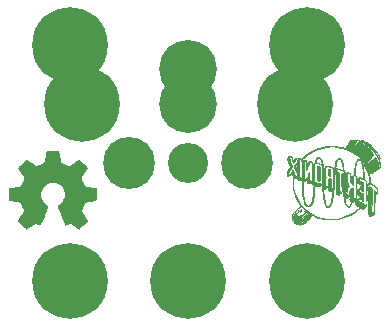
<source format=gbs>
G04 #@! TF.FileFunction,Soldermask,Bot*
%FSLAX46Y46*%
G04 Gerber Fmt 4.6, Leading zero omitted, Abs format (unit mm)*
G04 Created by KiCad (PCBNEW 4.0.4-stable) date Thursday, 20 '20e' October '20e' 2016, 21:15:53*
%MOMM*%
%LPD*%
G01*
G04 APERTURE LIST*
%ADD10C,0.100000*%
%ADD11C,0.010000*%
%ADD12C,6.400000*%
%ADD13C,4.400000*%
%ADD14C,4.900000*%
%ADD15C,3.400000*%
G04 APERTURE END LIST*
D10*
D11*
G36*
X170960393Y-101573977D02*
X170959746Y-101574310D01*
X170892496Y-101630769D01*
X170811288Y-101737526D01*
X170716879Y-101893469D01*
X170628570Y-102060388D01*
X170578876Y-102158661D01*
X170538994Y-102237006D01*
X170514484Y-102284524D01*
X170509558Y-102293592D01*
X170483903Y-102289920D01*
X170426023Y-102271357D01*
X170400601Y-102261984D01*
X170194641Y-102198782D01*
X169951456Y-102149409D01*
X169686024Y-102116107D01*
X169413323Y-102101113D01*
X169321105Y-102100588D01*
X168947190Y-102122567D01*
X168589608Y-102184507D01*
X168236205Y-102289332D01*
X167874831Y-102439968D01*
X167837700Y-102457706D01*
X167533028Y-102619294D01*
X167266331Y-102793373D01*
X167022154Y-102990337D01*
X166956790Y-103049997D01*
X166875326Y-103121369D01*
X166807327Y-103171983D01*
X166762790Y-103194746D01*
X166753448Y-103194273D01*
X166714575Y-103179500D01*
X166708278Y-103177639D01*
X166496800Y-103177639D01*
X166487265Y-103233129D01*
X166452802Y-103319290D01*
X166393072Y-103442796D01*
X166359919Y-103508296D01*
X166192733Y-103836526D01*
X166284389Y-104103894D01*
X166321703Y-104209642D01*
X166352084Y-104289875D01*
X166372002Y-104335647D01*
X166378049Y-104341203D01*
X166370923Y-104299019D01*
X166350647Y-104228958D01*
X166340813Y-104199927D01*
X166318061Y-104123616D01*
X166318011Y-104068091D01*
X166341342Y-104005410D01*
X166345765Y-103996039D01*
X166379268Y-103936520D01*
X166407037Y-103904917D01*
X166411742Y-103903368D01*
X166421335Y-103928112D01*
X166428773Y-103994390D01*
X166432975Y-104090274D01*
X166433526Y-104144000D01*
X166430886Y-104252450D01*
X166423756Y-104334702D01*
X166413321Y-104379592D01*
X166407976Y-104384631D01*
X166400455Y-104406803D01*
X166411141Y-104462905D01*
X166421344Y-104494940D01*
X166453347Y-104594905D01*
X166459898Y-104652459D01*
X166437326Y-104674023D01*
X166381965Y-104666022D01*
X166332713Y-104650131D01*
X166293965Y-104635430D01*
X166265040Y-104616799D01*
X166240679Y-104584958D01*
X166215625Y-104530626D01*
X166184620Y-104444524D01*
X166142407Y-104317371D01*
X166139935Y-104309851D01*
X166105518Y-104206891D01*
X166079012Y-104145266D01*
X166053986Y-104126143D01*
X166024008Y-104150693D01*
X165982647Y-104220085D01*
X165923470Y-104335487D01*
X165915826Y-104350587D01*
X165874146Y-104428789D01*
X165841118Y-104469841D01*
X165802135Y-104484747D01*
X165742594Y-104484509D01*
X165738372Y-104484272D01*
X165671447Y-104479044D01*
X165634254Y-104473372D01*
X165631560Y-104471798D01*
X165642756Y-104446910D01*
X165673592Y-104382981D01*
X165719780Y-104288789D01*
X165777032Y-104173114D01*
X165798010Y-104130945D01*
X165964599Y-103796505D01*
X165902469Y-103609263D01*
X165845316Y-103609263D01*
X165835533Y-103631270D01*
X165827491Y-103627087D01*
X165824292Y-103595357D01*
X165827491Y-103591438D01*
X165843386Y-103595108D01*
X165845316Y-103609263D01*
X165902469Y-103609263D01*
X165827110Y-103382159D01*
X165788198Y-103261684D01*
X165684895Y-103261684D01*
X165675112Y-103283691D01*
X165667070Y-103279508D01*
X165663870Y-103247778D01*
X165667070Y-103243859D01*
X165682965Y-103247530D01*
X165684895Y-103261684D01*
X165788198Y-103261684D01*
X165782105Y-103242823D01*
X165745461Y-103122143D01*
X165719618Y-103028770D01*
X165707014Y-102971354D01*
X165707311Y-102957227D01*
X165742033Y-102957842D01*
X165804776Y-102972983D01*
X165818003Y-102977162D01*
X165860769Y-102994183D01*
X165893599Y-103019214D01*
X165922929Y-103062315D01*
X165955194Y-103133545D01*
X165996830Y-103242965D01*
X166008577Y-103275052D01*
X166106148Y-103542421D01*
X166208858Y-103335210D01*
X166261726Y-103232874D01*
X166301097Y-103170475D01*
X166334555Y-103138807D01*
X166369685Y-103128663D01*
X166379232Y-103128409D01*
X166442444Y-103131956D01*
X166481747Y-103146140D01*
X166496800Y-103177639D01*
X166708278Y-103177639D01*
X166638702Y-103157080D01*
X166540927Y-103131419D01*
X166522094Y-103126777D01*
X166420107Y-103102606D01*
X166355237Y-103091542D01*
X166312671Y-103093932D01*
X166277596Y-103110127D01*
X166244909Y-103133307D01*
X166181931Y-103195799D01*
X166137434Y-103266482D01*
X166107416Y-103317425D01*
X166078578Y-103334899D01*
X166077327Y-103334565D01*
X166055188Y-103306159D01*
X166024418Y-103240861D01*
X165992663Y-103155617D01*
X165956973Y-103058810D01*
X165920535Y-102999636D01*
X165868792Y-102964068D01*
X165787188Y-102938080D01*
X165759889Y-102931309D01*
X165707553Y-102927160D01*
X165664123Y-102951661D01*
X165618162Y-103005164D01*
X165548494Y-103096504D01*
X165680312Y-103493252D01*
X165812131Y-103890000D01*
X165681671Y-104160978D01*
X165605030Y-104334254D01*
X165561594Y-104467449D01*
X165551095Y-104562184D01*
X165573266Y-104620083D01*
X165603232Y-104638170D01*
X165663515Y-104633571D01*
X165740129Y-104597399D01*
X165816996Y-104540613D01*
X165878037Y-104474173D01*
X165899592Y-104436168D01*
X165927553Y-104381916D01*
X165950764Y-104357955D01*
X165951559Y-104357894D01*
X165968926Y-104381320D01*
X165995549Y-104442685D01*
X166025175Y-104527237D01*
X166055371Y-104635169D01*
X166065983Y-104721921D01*
X166059384Y-104815073D01*
X166053370Y-104854764D01*
X166044351Y-104944284D01*
X166039044Y-105070272D01*
X166037862Y-105215827D01*
X166041076Y-105360526D01*
X166068387Y-105684309D01*
X166126289Y-105986183D01*
X166218347Y-106275757D01*
X166348129Y-106562640D01*
X166519201Y-106856442D01*
X166687309Y-107101717D01*
X166687492Y-107124182D01*
X166664185Y-107164506D01*
X166613979Y-107226708D01*
X166533467Y-107314810D01*
X166419240Y-107432830D01*
X166332009Y-107520771D01*
X166202976Y-107650318D01*
X166106991Y-107748340D01*
X166039298Y-107821128D01*
X165995138Y-107874976D01*
X165969754Y-107916173D01*
X165958388Y-107951013D01*
X165956283Y-107985786D01*
X165957911Y-108015491D01*
X165966040Y-108084415D01*
X165977272Y-108124020D01*
X165981599Y-108127750D01*
X166004481Y-108148628D01*
X166028787Y-108187947D01*
X166047970Y-108218820D01*
X166049644Y-108208000D01*
X166058824Y-108161173D01*
X166094344Y-108107382D01*
X166129616Y-108057769D01*
X166125656Y-108029754D01*
X166103772Y-108029754D01*
X166102679Y-108059519D01*
X166075767Y-108098922D01*
X166040052Y-108125594D01*
X166029200Y-108127789D01*
X166006000Y-108107831D01*
X166005737Y-108104326D01*
X166023263Y-108069447D01*
X166060928Y-108037736D01*
X166096362Y-108026209D01*
X166103772Y-108029754D01*
X166125656Y-108029754D01*
X166124732Y-108023225D01*
X166117678Y-108015140D01*
X166081285Y-107997326D01*
X166053863Y-108015494D01*
X166008767Y-108045792D01*
X165985162Y-108027567D01*
X165983908Y-107974052D01*
X165997036Y-107924358D01*
X166032249Y-107900975D01*
X166092365Y-107892244D01*
X166191906Y-107904055D01*
X166313795Y-107948604D01*
X166444809Y-108018698D01*
X166571727Y-108107145D01*
X166681328Y-108206754D01*
X166692129Y-108218494D01*
X166785783Y-108335883D01*
X166854187Y-108448896D01*
X166895145Y-108550280D01*
X166906463Y-108632782D01*
X166885945Y-108689148D01*
X166841263Y-108711175D01*
X166790897Y-108706729D01*
X166786161Y-108676552D01*
X166812744Y-108641582D01*
X166834254Y-108609658D01*
X166832797Y-108600289D01*
X166810325Y-108612656D01*
X166767112Y-108655109D01*
X166745051Y-108680054D01*
X166702701Y-108733488D01*
X166681682Y-108766991D01*
X166685899Y-108772517D01*
X166710752Y-108750704D01*
X166748132Y-108739318D01*
X166812783Y-108737555D01*
X166815962Y-108737756D01*
X166848474Y-108736753D01*
X166882590Y-108726009D01*
X166924250Y-108700723D01*
X166979389Y-108656098D01*
X167053947Y-108587333D01*
X167153861Y-108489631D01*
X167282912Y-108360364D01*
X167398416Y-108242876D01*
X167499813Y-108137511D01*
X167581433Y-108050348D01*
X167637601Y-107987466D01*
X167662646Y-107954944D01*
X167663421Y-107952593D01*
X167645618Y-107962604D01*
X167596109Y-108005256D01*
X167520747Y-108075126D01*
X167425381Y-108166788D01*
X167316764Y-108273922D01*
X167206363Y-108382875D01*
X167109255Y-108476421D01*
X167031551Y-108548861D01*
X166979361Y-108594496D01*
X166958881Y-108607746D01*
X166972767Y-108585548D01*
X167018212Y-108531322D01*
X167089548Y-108451429D01*
X167181110Y-108352229D01*
X167275802Y-108252035D01*
X167395576Y-108126274D01*
X167485653Y-108034697D01*
X167554509Y-107974045D01*
X167610620Y-107941054D01*
X167662461Y-107932464D01*
X167718508Y-107945014D01*
X167787238Y-107975442D01*
X167877127Y-108020486D01*
X167877316Y-108020580D01*
X168035120Y-108089557D01*
X168227247Y-108158969D01*
X168434960Y-108222613D01*
X168639523Y-108274290D01*
X168652684Y-108277179D01*
X168773491Y-108295920D01*
X168932463Y-108309849D01*
X169115934Y-108318819D01*
X169310237Y-108322684D01*
X169501706Y-108321296D01*
X169676675Y-108314510D01*
X169821475Y-108302179D01*
X169895948Y-108290507D01*
X170143978Y-108230734D01*
X170393547Y-108155315D01*
X170628746Y-108069759D01*
X170833664Y-107979572D01*
X170911948Y-107938839D01*
X171068165Y-107850115D01*
X171196111Y-107770989D01*
X171312210Y-107689951D01*
X171432886Y-107595491D01*
X171574565Y-107476100D01*
X171584478Y-107467560D01*
X171662767Y-107401737D01*
X171725479Y-107352142D01*
X171761911Y-107327140D01*
X171766034Y-107325684D01*
X171796885Y-107340128D01*
X171850431Y-107375586D01*
X171859884Y-107382482D01*
X171936707Y-107439280D01*
X172099432Y-107325134D01*
X172188700Y-107255979D01*
X172245376Y-107198347D01*
X172265538Y-107157598D01*
X172245264Y-107139088D01*
X172236052Y-107138526D01*
X172205112Y-107124145D01*
X172139809Y-107084933D01*
X172049542Y-107026782D01*
X171943713Y-106955588D01*
X171937681Y-106951448D01*
X171665417Y-106764370D01*
X171582787Y-106826381D01*
X171501287Y-106886996D01*
X171417768Y-106948349D01*
X171414709Y-106950577D01*
X171329259Y-107012761D01*
X171520424Y-107147011D01*
X171711590Y-107281261D01*
X171552400Y-107426795D01*
X171233462Y-107683034D01*
X170888338Y-107895049D01*
X170521937Y-108062115D01*
X170139169Y-108183510D01*
X169744945Y-108258513D01*
X169344172Y-108286399D01*
X168941761Y-108266447D01*
X168542622Y-108197934D01*
X168151664Y-108080137D01*
X167883119Y-107966843D01*
X167528578Y-107771847D01*
X167492947Y-107746333D01*
X167396053Y-107746333D01*
X167378148Y-107771254D01*
X167328911Y-107826528D01*
X167255058Y-107904934D01*
X167163306Y-107999251D01*
X167122478Y-108040438D01*
X166993840Y-108166402D01*
X166897596Y-108253253D01*
X166831535Y-108302645D01*
X166793442Y-108316230D01*
X166781106Y-108295660D01*
X166781105Y-108295351D01*
X166799010Y-108270429D01*
X166848247Y-108215156D01*
X166922100Y-108136750D01*
X167013852Y-108042433D01*
X167054680Y-108001246D01*
X167183319Y-107875282D01*
X167279562Y-107788430D01*
X167345624Y-107739038D01*
X167383716Y-107725453D01*
X167396052Y-107746023D01*
X167396053Y-107746333D01*
X167492947Y-107746333D01*
X167418906Y-107693316D01*
X167289280Y-107693316D01*
X167271366Y-107718921D01*
X167223116Y-107772868D01*
X167152997Y-107846705D01*
X167069475Y-107931977D01*
X166981015Y-108020231D01*
X166896084Y-108103015D01*
X166823147Y-108171875D01*
X166770672Y-108218357D01*
X166747684Y-108234094D01*
X166728973Y-108213581D01*
X166727632Y-108201818D01*
X166745919Y-108169998D01*
X166794912Y-108110977D01*
X166865809Y-108033574D01*
X166949809Y-107946606D01*
X167038109Y-107858895D01*
X167121908Y-107779258D01*
X167192403Y-107716515D01*
X167240793Y-107679485D01*
X167255156Y-107673263D01*
X167286759Y-107685846D01*
X167289280Y-107693316D01*
X167418906Y-107693316D01*
X167323068Y-107624691D01*
X167208895Y-107624691D01*
X167190727Y-107654102D01*
X167142026Y-107711136D01*
X167071494Y-107787087D01*
X166987831Y-107873247D01*
X166899742Y-107960912D01*
X166815927Y-108041375D01*
X166745090Y-108105929D01*
X166695931Y-108145869D01*
X166679307Y-108154526D01*
X166654704Y-108136944D01*
X166610814Y-108093913D01*
X166604254Y-108086906D01*
X166553967Y-108046648D01*
X166472639Y-107995500D01*
X166374834Y-107941080D01*
X166275119Y-107891007D01*
X166188058Y-107852899D01*
X166128216Y-107834375D01*
X166120123Y-107833684D01*
X166088498Y-107819462D01*
X166085948Y-107810817D01*
X166104304Y-107785567D01*
X166155120Y-107730158D01*
X166232012Y-107651179D01*
X166328599Y-107555226D01*
X166408265Y-107477875D01*
X166730582Y-107167800D01*
X166916265Y-107348400D01*
X166995126Y-107423624D01*
X167057529Y-107480337D01*
X167095296Y-107511270D01*
X167102761Y-107514236D01*
X167114307Y-107521482D01*
X167132480Y-107549218D01*
X167141236Y-107578475D01*
X167130009Y-107614150D01*
X167093203Y-107665256D01*
X167025219Y-107740804D01*
X166991304Y-107776482D01*
X166821222Y-107954000D01*
X167015058Y-107767559D01*
X167106284Y-107683706D01*
X167170623Y-107632964D01*
X167204498Y-107617969D01*
X167208895Y-107624691D01*
X167323068Y-107624691D01*
X167206340Y-107541109D01*
X166919112Y-107278547D01*
X166669602Y-106988080D01*
X166460517Y-106673629D01*
X166294564Y-106339111D01*
X166174449Y-105988447D01*
X166102879Y-105625556D01*
X166082967Y-105360526D01*
X166079609Y-105171444D01*
X166080820Y-105030016D01*
X166087924Y-104930521D01*
X166102245Y-104867237D01*
X166125106Y-104834445D01*
X166157830Y-104826421D01*
X166201743Y-104837446D01*
X166203813Y-104838226D01*
X166273236Y-104851840D01*
X166333322Y-104826745D01*
X166334544Y-104825894D01*
X166395774Y-104790788D01*
X166426707Y-104795219D01*
X166433526Y-104827150D01*
X166443319Y-104845958D01*
X166477879Y-104832214D01*
X166527160Y-104797198D01*
X166620793Y-104725780D01*
X166603094Y-103953627D01*
X166598195Y-103709967D01*
X166416908Y-103709967D01*
X166389393Y-103801359D01*
X166365070Y-103853080D01*
X166326354Y-103925014D01*
X166296502Y-103972411D01*
X166285362Y-103983579D01*
X166267116Y-103961669D01*
X166245630Y-103914795D01*
X166235471Y-103864513D01*
X166245573Y-103804200D01*
X166279215Y-103718173D01*
X166293082Y-103687810D01*
X166332991Y-103607010D01*
X166365621Y-103549898D01*
X166383239Y-103529331D01*
X166397807Y-103552569D01*
X166412771Y-103610342D01*
X166415496Y-103625817D01*
X166416908Y-103709967D01*
X166598195Y-103709967D01*
X166598169Y-103708712D01*
X166595850Y-103514248D01*
X166596184Y-103367275D01*
X166599215Y-103264832D01*
X166604985Y-103203958D01*
X166613542Y-103181693D01*
X166614668Y-103181473D01*
X166660289Y-103190372D01*
X166710680Y-103206848D01*
X166735474Y-103218634D01*
X166755480Y-103236866D01*
X166771349Y-103267110D01*
X166783735Y-103314934D01*
X166793289Y-103385905D01*
X166800665Y-103485590D01*
X166806513Y-103619557D01*
X166811488Y-103793372D01*
X166816240Y-104012604D01*
X166818462Y-104126605D01*
X166831189Y-104790999D01*
X166737843Y-104773487D01*
X166671448Y-104768099D01*
X166616545Y-104787300D01*
X166551205Y-104837887D01*
X166457913Y-104919798D01*
X166532614Y-104947113D01*
X166597131Y-104970535D01*
X166638225Y-104985200D01*
X166677438Y-104975627D01*
X166715895Y-104944302D01*
X166768023Y-104899470D01*
X166798887Y-104903086D01*
X166807842Y-104947187D01*
X166810858Y-104979932D01*
X166827422Y-104979944D01*
X166868807Y-104945167D01*
X166881095Y-104933819D01*
X166934398Y-104889411D01*
X166972270Y-104866673D01*
X166976446Y-104865894D01*
X166981855Y-104840263D01*
X166986385Y-104767781D01*
X166989899Y-104655065D01*
X166992262Y-104508734D01*
X166993335Y-104335405D01*
X166992984Y-104141696D01*
X166992605Y-104083842D01*
X166991033Y-103858913D01*
X166990343Y-103681709D01*
X166990864Y-103546484D01*
X166992924Y-103447492D01*
X166996850Y-103378988D01*
X167002970Y-103335226D01*
X167011613Y-103310460D01*
X167023105Y-103298943D01*
X167037622Y-103294952D01*
X167080659Y-103292783D01*
X167112158Y-103304202D01*
X167134050Y-103336198D01*
X167148262Y-103395757D01*
X167156725Y-103489865D01*
X167161367Y-103625510D01*
X167163397Y-103750495D01*
X167166159Y-103891264D01*
X167170288Y-104009381D01*
X167175338Y-104096315D01*
X167180861Y-104143532D01*
X167184285Y-104149171D01*
X167200126Y-104117354D01*
X167229479Y-104047804D01*
X167267204Y-103952905D01*
X167286253Y-103903368D01*
X167350795Y-103733912D01*
X167399637Y-103608068D01*
X167436312Y-103519553D01*
X167464356Y-103462086D01*
X167487303Y-103429385D01*
X167508689Y-103415167D01*
X167532048Y-103413150D01*
X167559982Y-103416917D01*
X167631070Y-103444132D01*
X167677469Y-103484662D01*
X167706307Y-103519024D01*
X167716496Y-103508431D01*
X167716895Y-103498170D01*
X167695450Y-103441971D01*
X167628357Y-103401378D01*
X167560292Y-103382333D01*
X167506219Y-103375384D01*
X167461490Y-103386999D01*
X167409903Y-103424688D01*
X167353081Y-103478392D01*
X167290930Y-103544656D01*
X167248355Y-103600123D01*
X167235632Y-103628198D01*
X167219209Y-103660048D01*
X167208895Y-103662737D01*
X167195095Y-103638063D01*
X167185588Y-103572178D01*
X167182158Y-103480065D01*
X167182158Y-103297393D01*
X167084336Y-103267370D01*
X167011534Y-103251245D01*
X166957948Y-103261915D01*
X166913104Y-103289621D01*
X166850009Y-103330634D01*
X166818096Y-103338110D01*
X166808049Y-103313426D01*
X166807842Y-103305188D01*
X166827655Y-103267267D01*
X166881653Y-103204201D01*
X166961679Y-103123500D01*
X167059572Y-103032675D01*
X167167175Y-102939237D01*
X167276328Y-102850695D01*
X167378872Y-102774559D01*
X167400266Y-102759862D01*
X167774258Y-102537365D01*
X168161222Y-102364250D01*
X168557480Y-102240591D01*
X168959352Y-102166465D01*
X169363158Y-102141946D01*
X169765221Y-102167110D01*
X170161859Y-102242032D01*
X170549395Y-102366788D01*
X170924148Y-102541453D01*
X171160802Y-102682869D01*
X171251193Y-102745652D01*
X171353906Y-102822840D01*
X171460323Y-102907204D01*
X171561826Y-102991515D01*
X171649798Y-103068545D01*
X171715621Y-103131066D01*
X171750679Y-103171848D01*
X171754158Y-103180583D01*
X171731259Y-103193238D01*
X171675320Y-103191950D01*
X171667255Y-103190746D01*
X171577644Y-103194413D01*
X171509169Y-103232636D01*
X171454312Y-103283598D01*
X171410231Y-103345509D01*
X171374800Y-103425739D01*
X171345896Y-103531657D01*
X171321395Y-103670635D01*
X171299171Y-103850044D01*
X171282342Y-104019651D01*
X171265569Y-104196341D01*
X171251724Y-104327062D01*
X171239392Y-104419142D01*
X171227161Y-104479909D01*
X171213617Y-104516691D01*
X171197344Y-104536816D01*
X171180768Y-104546114D01*
X171120675Y-104576835D01*
X171049759Y-104620693D01*
X171045632Y-104623498D01*
X170987511Y-104659858D01*
X170948635Y-104678077D01*
X170945369Y-104678560D01*
X170934119Y-104654542D01*
X170926725Y-104592660D01*
X170925053Y-104538368D01*
X170924790Y-104398000D01*
X170792978Y-104354334D01*
X170713907Y-104330027D01*
X170663109Y-104325104D01*
X170618294Y-104341547D01*
X170567397Y-104374387D01*
X170506283Y-104413753D01*
X170465351Y-104436148D01*
X170458840Y-104438105D01*
X170449357Y-104414449D01*
X170444307Y-104355750D01*
X170444053Y-104337100D01*
X170427473Y-104241158D01*
X170394380Y-104193563D01*
X170362609Y-104146873D01*
X170339930Y-104064325D01*
X170335076Y-104027837D01*
X170277877Y-104027837D01*
X170274904Y-104104902D01*
X170261865Y-104142069D01*
X170256428Y-104144000D01*
X170217489Y-104136219D01*
X170140700Y-104115305D01*
X170038983Y-104084897D01*
X169973286Y-104064227D01*
X169862237Y-104031485D01*
X169767450Y-104008727D01*
X169702197Y-103998881D01*
X169683099Y-104000245D01*
X169658647Y-104002536D01*
X169645751Y-103981997D01*
X169644648Y-103932226D01*
X169655575Y-103846821D01*
X169678768Y-103719376D01*
X169696817Y-103629149D01*
X169734405Y-103461417D01*
X169771143Y-103340111D01*
X169811121Y-103258412D01*
X169858429Y-103209501D01*
X169917158Y-103186560D01*
X169964813Y-103182324D01*
X170046366Y-103205446D01*
X170115189Y-103277791D01*
X170172148Y-103400559D01*
X170205033Y-103515500D01*
X170234360Y-103654707D01*
X170256808Y-103792995D01*
X170271579Y-103920620D01*
X170277877Y-104027837D01*
X170335076Y-104027837D01*
X170325411Y-103955203D01*
X170304682Y-103790261D01*
X170276027Y-103624963D01*
X170242191Y-103471013D01*
X170205921Y-103340115D01*
X170169962Y-103243973D01*
X170150267Y-103208659D01*
X170070136Y-103136801D01*
X169972042Y-103111049D01*
X169868995Y-103134644D01*
X169863721Y-103137294D01*
X169786487Y-103204011D01*
X169720881Y-103319016D01*
X169666277Y-103483755D01*
X169623307Y-103691976D01*
X169603729Y-103807507D01*
X169586678Y-103901890D01*
X169574295Y-103963632D01*
X169569344Y-103981627D01*
X169548956Y-103973525D01*
X169528040Y-103951297D01*
X169489642Y-103927515D01*
X169412937Y-103895912D01*
X169311709Y-103860750D01*
X169199741Y-103826289D01*
X169090816Y-103796793D01*
X168998719Y-103776522D01*
X168940633Y-103769684D01*
X168890793Y-103786278D01*
X168818891Y-103829419D01*
X168753114Y-103879533D01*
X168685164Y-103934579D01*
X168635432Y-103970634D01*
X168615532Y-103979796D01*
X168610095Y-103950954D01*
X168600895Y-103879974D01*
X168589278Y-103777947D01*
X168578123Y-103671295D01*
X168548916Y-103455682D01*
X168508745Y-103289407D01*
X168455855Y-103169139D01*
X168388492Y-103091540D01*
X168304902Y-103053277D01*
X168250144Y-103047789D01*
X168152205Y-103072623D01*
X168062377Y-103139525D01*
X167989698Y-103237099D01*
X167943207Y-103353950D01*
X167930939Y-103450281D01*
X167911870Y-103493780D01*
X167865244Y-103552442D01*
X167806605Y-103610440D01*
X167751495Y-103651946D01*
X167722306Y-103662737D01*
X167711956Y-103676484D01*
X167703874Y-103720633D01*
X167697860Y-103799544D01*
X167693713Y-103917576D01*
X167691229Y-104079090D01*
X167690209Y-104288446D01*
X167690158Y-104358404D01*
X167690158Y-105054071D01*
X167616632Y-105036765D01*
X167557788Y-105023046D01*
X167527535Y-105016203D01*
X167499880Y-105029864D01*
X167445149Y-105068489D01*
X167398100Y-105105307D01*
X167284237Y-105197667D01*
X167384681Y-105232441D01*
X167454987Y-105252356D01*
X167498462Y-105248621D01*
X167529589Y-105226976D01*
X167576615Y-105191885D01*
X167602811Y-105200541D01*
X167618981Y-105245130D01*
X167629834Y-105273863D01*
X167648286Y-105278641D01*
X167684059Y-105255416D01*
X167746875Y-105200138D01*
X167763438Y-105184972D01*
X167892625Y-105066421D01*
X167881310Y-104333475D01*
X167877981Y-104104547D01*
X167876549Y-103923631D01*
X167878053Y-103785274D01*
X167883532Y-103684022D01*
X167894024Y-103614420D01*
X167910566Y-103571015D01*
X167934197Y-103548351D01*
X167965956Y-103540977D01*
X168006879Y-103543436D01*
X168031084Y-103546647D01*
X168080580Y-103552315D01*
X168080371Y-103545079D01*
X168044421Y-103525479D01*
X167994888Y-103473942D01*
X167988745Y-103398351D01*
X168026020Y-103305942D01*
X168043440Y-103279180D01*
X168113026Y-103192114D01*
X168175858Y-103145242D01*
X168245209Y-103129173D01*
X168255939Y-103128850D01*
X168332849Y-103153107D01*
X168403383Y-103221546D01*
X168460150Y-103324885D01*
X168489880Y-103422640D01*
X168512736Y-103533553D01*
X168518730Y-103599619D01*
X168501416Y-103628444D01*
X168454350Y-103627628D01*
X168371087Y-103604778D01*
X168342776Y-103596184D01*
X168259193Y-103573425D01*
X168192772Y-103559889D01*
X168171421Y-103558122D01*
X168174118Y-103565598D01*
X168218847Y-103583631D01*
X168296121Y-103608449D01*
X168303473Y-103610629D01*
X168398227Y-103642688D01*
X168475673Y-103676285D01*
X168516076Y-103701827D01*
X168528732Y-103722444D01*
X168538919Y-103760178D01*
X168547042Y-103820934D01*
X168553509Y-103910617D01*
X168558728Y-104035133D01*
X168563104Y-104200386D01*
X168567045Y-104412281D01*
X168567651Y-104450121D01*
X168570013Y-104642813D01*
X168570929Y-104820731D01*
X168570461Y-104976004D01*
X168568667Y-105100761D01*
X168565607Y-105187131D01*
X168561749Y-105225827D01*
X168534163Y-105278159D01*
X168477212Y-105293631D01*
X168471792Y-105293684D01*
X168414716Y-105285532D01*
X168326306Y-105264203D01*
X168221696Y-105234387D01*
X168116019Y-105200774D01*
X168024409Y-105168056D01*
X167961998Y-105140921D01*
X167946398Y-105130846D01*
X167917363Y-105136412D01*
X167864216Y-105168293D01*
X167801169Y-105215510D01*
X167742434Y-105267086D01*
X167702221Y-105312042D01*
X167694669Y-105325308D01*
X167709959Y-105348896D01*
X167757444Y-105374063D01*
X167829076Y-105401298D01*
X167811766Y-105715122D01*
X167789491Y-106037651D01*
X167760515Y-106311075D01*
X167723955Y-106539446D01*
X167678926Y-106726816D01*
X167624544Y-106877237D01*
X167559925Y-106994761D01*
X167521737Y-107044504D01*
X167453619Y-107112091D01*
X167392406Y-107142583D01*
X167346993Y-107147438D01*
X167252489Y-107122212D01*
X167164836Y-107052470D01*
X167093270Y-106947115D01*
X167062879Y-106873524D01*
X167023952Y-106728026D01*
X166987608Y-106539945D01*
X166955087Y-106320158D01*
X166927631Y-106079540D01*
X166906479Y-105828965D01*
X166892873Y-105579310D01*
X166888053Y-105341448D01*
X166888053Y-105075540D01*
X166964378Y-105092304D01*
X167018167Y-105096178D01*
X167064610Y-105073926D01*
X167121889Y-105016593D01*
X167124799Y-105013288D01*
X167174479Y-104951687D01*
X167204667Y-104904579D01*
X167208895Y-104891701D01*
X167229269Y-104866638D01*
X167235632Y-104865894D01*
X167250054Y-104890114D01*
X167259761Y-104952786D01*
X167262369Y-105018192D01*
X167262369Y-105170489D01*
X167355948Y-105079789D01*
X167449526Y-104989089D01*
X167448606Y-104626702D01*
X167447686Y-104264316D01*
X167371866Y-104451473D01*
X167306951Y-104610397D01*
X167257543Y-104725990D01*
X167219569Y-104804679D01*
X167188953Y-104852891D01*
X167161623Y-104877055D01*
X167133503Y-104883599D01*
X167100865Y-104879025D01*
X167047743Y-104875215D01*
X166997216Y-104895199D01*
X166932481Y-104946548D01*
X166914364Y-104963085D01*
X166805162Y-105064122D01*
X166822029Y-105452956D01*
X166844955Y-105845871D01*
X166877463Y-106190687D01*
X166919386Y-106486719D01*
X166970556Y-106733281D01*
X167030805Y-106929688D01*
X167099965Y-107075255D01*
X167177868Y-107169297D01*
X167252423Y-107208616D01*
X167375291Y-107213492D01*
X167491242Y-107167603D01*
X167593747Y-107073658D01*
X167601421Y-107063820D01*
X167676359Y-106939404D01*
X167739286Y-106777327D01*
X167790980Y-106574213D01*
X167832216Y-106326687D01*
X167863770Y-106031375D01*
X167875757Y-105870880D01*
X167885761Y-105726192D01*
X167895267Y-105601543D01*
X167903504Y-105506118D01*
X167909700Y-105449102D01*
X167912204Y-105437041D01*
X167939583Y-105441103D01*
X168001426Y-105460389D01*
X168059670Y-105481476D01*
X168183266Y-105521850D01*
X168273810Y-105532454D01*
X168343573Y-105511900D01*
X168404821Y-105458801D01*
X168419877Y-105440736D01*
X168486587Y-105368109D01*
X168532149Y-105344545D01*
X168557094Y-105370274D01*
X168561952Y-105445529D01*
X168557144Y-105500699D01*
X168539210Y-105654240D01*
X168660271Y-105547488D01*
X168781332Y-105440737D01*
X168783850Y-105122000D01*
X168786376Y-104978503D01*
X168792162Y-104878348D01*
X168802519Y-104811438D01*
X168818756Y-104767676D01*
X168832397Y-104747684D01*
X168838694Y-104735784D01*
X168812176Y-104756493D01*
X168758526Y-104805310D01*
X168752747Y-104810753D01*
X168685790Y-104868568D01*
X168633237Y-104904067D01*
X168607403Y-104909735D01*
X168615641Y-104883770D01*
X168656617Y-104835559D01*
X168713981Y-104782159D01*
X168777356Y-104722106D01*
X168816823Y-104673046D01*
X168824082Y-104648130D01*
X168818108Y-104612124D01*
X168814107Y-104534841D01*
X168811980Y-104428437D01*
X168811629Y-104305069D01*
X168812955Y-104176891D01*
X168815860Y-104056061D01*
X168820246Y-103954735D01*
X168826014Y-103885069D01*
X168830441Y-103862567D01*
X168863018Y-103824064D01*
X168925809Y-103808757D01*
X169024049Y-103816709D01*
X169162976Y-103847987D01*
X169232994Y-103867592D01*
X169494895Y-103943949D01*
X169501948Y-104822345D01*
X169503691Y-105062991D01*
X169504495Y-105255342D01*
X169504146Y-105404572D01*
X169502426Y-105515854D01*
X169499122Y-105594363D01*
X169494017Y-105645272D01*
X169486896Y-105673755D01*
X169477543Y-105684987D01*
X169466043Y-105684256D01*
X169380279Y-105656641D01*
X169316685Y-105656155D01*
X169255160Y-105687123D01*
X169185964Y-105744549D01*
X169067105Y-105851009D01*
X169167594Y-105893642D01*
X169256797Y-105919140D01*
X169333046Y-105919925D01*
X169335768Y-105919286D01*
X169403454Y-105902298D01*
X169387321Y-106085938D01*
X169355900Y-106386141D01*
X169318715Y-106638290D01*
X169276034Y-106841163D01*
X169228130Y-106993532D01*
X169175274Y-107094173D01*
X169160629Y-107111849D01*
X169074845Y-107173342D01*
X168984551Y-107188122D01*
X168901629Y-107157167D01*
X168840059Y-107085457D01*
X168819065Y-107026138D01*
X168793887Y-106923425D01*
X168766062Y-106787089D01*
X168737122Y-106626903D01*
X168708602Y-106452639D01*
X168682037Y-106274070D01*
X168658962Y-106100969D01*
X168640911Y-105943106D01*
X168629418Y-105810256D01*
X168625948Y-105721918D01*
X168649796Y-105706270D01*
X168715039Y-105708299D01*
X168726211Y-105709942D01*
X168796912Y-105714753D01*
X168848836Y-105694870D01*
X168905002Y-105643416D01*
X168958226Y-105592502D01*
X168997552Y-105563564D01*
X169005266Y-105561052D01*
X169018150Y-105584980D01*
X169025943Y-105645609D01*
X169027000Y-105683158D01*
X169027000Y-105805264D01*
X169267632Y-105608084D01*
X169267632Y-104887092D01*
X169173122Y-104970072D01*
X169112135Y-105019349D01*
X169065952Y-105049082D01*
X169053888Y-105053052D01*
X169041695Y-105077711D01*
X169030786Y-105143379D01*
X169022998Y-105237595D01*
X169021397Y-105273631D01*
X169016587Y-105385035D01*
X169007081Y-105452140D01*
X168985839Y-105484068D01*
X168945822Y-105489942D01*
X168879991Y-105478886D01*
X168865323Y-105475897D01*
X168825580Y-105488397D01*
X168761577Y-105529282D01*
X168689153Y-105588004D01*
X168554345Y-105708534D01*
X168588468Y-106069267D01*
X168614998Y-106308161D01*
X168647582Y-106534067D01*
X168684513Y-106738139D01*
X168724083Y-106911532D01*
X168764587Y-107045399D01*
X168787576Y-107100916D01*
X168836051Y-107181769D01*
X168891945Y-107226502D01*
X168937467Y-107243178D01*
X169033317Y-107257717D01*
X169111306Y-107235417D01*
X169180464Y-107183612D01*
X169242905Y-107099020D01*
X169299326Y-106965095D01*
X169348800Y-106785735D01*
X169390401Y-106564837D01*
X169423205Y-106306298D01*
X169441995Y-106082421D01*
X169453598Y-105956909D01*
X169469058Y-105855399D01*
X169486338Y-105789841D01*
X169494423Y-105774947D01*
X169506659Y-105744312D01*
X169516798Y-105680662D01*
X169525144Y-105579595D01*
X169531999Y-105436707D01*
X169537664Y-105247595D01*
X169540830Y-105098954D01*
X169545695Y-104879945D01*
X169551584Y-104709553D01*
X169559291Y-104582920D01*
X169569610Y-104495188D01*
X169583334Y-104441501D01*
X169601258Y-104417001D01*
X169624175Y-104416831D01*
X169649617Y-104433375D01*
X169682509Y-104444476D01*
X169730812Y-104426570D01*
X169800357Y-104379924D01*
X169866301Y-104326768D01*
X169885502Y-104291798D01*
X169856938Y-104265466D01*
X169785360Y-104239977D01*
X169724326Y-104242480D01*
X169650334Y-104288177D01*
X169643863Y-104293544D01*
X169587526Y-104333474D01*
X169547750Y-104348217D01*
X169540726Y-104345796D01*
X169547552Y-104319283D01*
X169586922Y-104274853D01*
X169608938Y-104255574D01*
X169671147Y-104190672D01*
X169694502Y-104122347D01*
X169695662Y-104096701D01*
X169696244Y-104059894D01*
X169702961Y-104035515D01*
X169722913Y-104024328D01*
X169763202Y-104027094D01*
X169830931Y-104044578D01*
X169933200Y-104077542D01*
X170077112Y-104126749D01*
X170123211Y-104142637D01*
X170403948Y-104239373D01*
X170412169Y-104352107D01*
X170413883Y-104421071D01*
X170408454Y-104460924D01*
X170404626Y-104464842D01*
X170371973Y-104455427D01*
X170310698Y-104432072D01*
X170292876Y-104424737D01*
X170229198Y-104399110D01*
X170190480Y-104385369D01*
X170186788Y-104384631D01*
X170184429Y-104410264D01*
X170182680Y-104482748D01*
X170181575Y-104595468D01*
X170181146Y-104741804D01*
X170181426Y-104915138D01*
X170182449Y-105108853D01*
X170182880Y-105166684D01*
X170189075Y-105948737D01*
X170196714Y-105287691D01*
X170199256Y-105082715D01*
X170201946Y-104924722D01*
X170205376Y-104807223D01*
X170210137Y-104723728D01*
X170216821Y-104667749D01*
X170226018Y-104632797D01*
X170238320Y-104612381D01*
X170254318Y-104600014D01*
X170259650Y-104597051D01*
X170308873Y-104580374D01*
X170331901Y-104584409D01*
X170335978Y-104614271D01*
X170339750Y-104691234D01*
X170343094Y-104808927D01*
X170345883Y-104960979D01*
X170347993Y-105141016D01*
X170349299Y-105342667D01*
X170349663Y-105488944D01*
X170350474Y-106376526D01*
X170475666Y-106256210D01*
X170600857Y-106135894D01*
X170616734Y-105912634D01*
X170629355Y-105796754D01*
X170648460Y-105691273D01*
X170670361Y-105615630D01*
X170675068Y-105605160D01*
X170717525Y-105520947D01*
X170601294Y-105627894D01*
X170537295Y-105688589D01*
X170491269Y-105735619D01*
X170475699Y-105754894D01*
X170451822Y-105778081D01*
X170430152Y-105757258D01*
X170418011Y-105701645D01*
X170417316Y-105681368D01*
X170425447Y-105617530D01*
X170444756Y-105587485D01*
X170467613Y-105599026D01*
X170477153Y-105620248D01*
X170502750Y-105624025D01*
X170561520Y-105592627D01*
X170625384Y-105546721D01*
X170709506Y-105474042D01*
X170746242Y-105421946D01*
X170746376Y-105400631D01*
X170697630Y-105276806D01*
X170664813Y-105175681D01*
X170645626Y-105081607D01*
X170637774Y-104978935D01*
X170638960Y-104852015D01*
X170645396Y-104712659D01*
X170653826Y-104581983D01*
X170663584Y-104472994D01*
X170673584Y-104395508D01*
X170682739Y-104359338D01*
X170684644Y-104357894D01*
X170720371Y-104367392D01*
X170783669Y-104390953D01*
X170801735Y-104398359D01*
X170898579Y-104438823D01*
X170898579Y-104717885D01*
X170907443Y-104952858D01*
X170933938Y-105138907D01*
X170977916Y-105275613D01*
X171039231Y-105362556D01*
X171117735Y-105399318D01*
X171137995Y-105400631D01*
X171158654Y-105398316D01*
X171173327Y-105386172D01*
X171183036Y-105356400D01*
X171188804Y-105301204D01*
X171191651Y-105212786D01*
X171192601Y-105083346D01*
X171192684Y-104983312D01*
X171192684Y-104821333D01*
X171130298Y-104821333D01*
X171126628Y-104837228D01*
X171112474Y-104839158D01*
X171090466Y-104829375D01*
X171094649Y-104821333D01*
X171126380Y-104818133D01*
X171130298Y-104821333D01*
X171192684Y-104821333D01*
X171192684Y-104565992D01*
X171266061Y-104584409D01*
X171303803Y-104593827D01*
X171334359Y-104604724D01*
X171358431Y-104622360D01*
X171376722Y-104651997D01*
X171389935Y-104698895D01*
X171398771Y-104768316D01*
X171403933Y-104865520D01*
X171406124Y-104995770D01*
X171406046Y-105164325D01*
X171404402Y-105376448D01*
X171402208Y-105604146D01*
X171399636Y-105823458D01*
X171396347Y-106025656D01*
X171392512Y-106204558D01*
X171388304Y-106353983D01*
X171383892Y-106467748D01*
X171379449Y-106539671D01*
X171375643Y-106563450D01*
X171342565Y-106564358D01*
X171285218Y-106543217D01*
X171278130Y-106539654D01*
X171227739Y-106517054D01*
X171188969Y-106517036D01*
X171142267Y-106543974D01*
X171095172Y-106580584D01*
X171022126Y-106638090D01*
X170957956Y-106687244D01*
X170938684Y-106701487D01*
X170901807Y-106732533D01*
X170908060Y-106755722D01*
X170935475Y-106777706D01*
X170964420Y-106805740D01*
X170972976Y-106842089D01*
X170963071Y-106904369D01*
X170953622Y-106943488D01*
X170908280Y-107066444D01*
X170847228Y-107148523D01*
X170775950Y-107186537D01*
X170699929Y-107177297D01*
X170634723Y-107128897D01*
X170575014Y-107041017D01*
X170520435Y-106916861D01*
X170477394Y-106773613D01*
X170454029Y-106644369D01*
X170445780Y-106554940D01*
X170451315Y-106510294D01*
X170475697Y-106502455D01*
X170523989Y-106523447D01*
X170529071Y-106526152D01*
X170564856Y-106537487D01*
X170602723Y-106525546D01*
X170655347Y-106483974D01*
X170702140Y-106439357D01*
X170769457Y-106376730D01*
X170811082Y-106349139D01*
X170836683Y-106351511D01*
X170847112Y-106363257D01*
X170862370Y-106416897D01*
X170861439Y-106488218D01*
X170856936Y-106566544D01*
X170863315Y-106627544D01*
X170874197Y-106653583D01*
X170894617Y-106657173D01*
X170934508Y-106634630D01*
X171003802Y-106582269D01*
X171020249Y-106569326D01*
X171162963Y-106456737D01*
X171164455Y-106080806D01*
X171165948Y-105704875D01*
X171025862Y-105834337D01*
X170956677Y-105893847D01*
X170903892Y-105930948D01*
X170877757Y-105938569D01*
X170876875Y-105937097D01*
X170890649Y-105907471D01*
X170933657Y-105856915D01*
X170993456Y-105798007D01*
X171057606Y-105743323D01*
X171095365Y-105716243D01*
X171116944Y-105692181D01*
X171097401Y-105681052D01*
X171048153Y-105685828D01*
X171015176Y-105695379D01*
X170935445Y-105741606D01*
X170882450Y-105819046D01*
X170853313Y-105934205D01*
X170845105Y-106079862D01*
X170842134Y-106176383D01*
X170834265Y-106248045D01*
X170823071Y-106281866D01*
X170820535Y-106282947D01*
X170782349Y-106270657D01*
X170722503Y-106240751D01*
X170716907Y-106237574D01*
X170637848Y-106192200D01*
X170500845Y-106306905D01*
X170422068Y-106381261D01*
X170374342Y-106444231D01*
X170363842Y-106475969D01*
X170372407Y-106554087D01*
X170395025Y-106665286D01*
X170427078Y-106792539D01*
X170463950Y-106918816D01*
X170501026Y-107027090D01*
X170532597Y-107098421D01*
X170610876Y-107202317D01*
X170696240Y-107255809D01*
X170783269Y-107260483D01*
X170866545Y-107217927D01*
X170940648Y-107129727D01*
X171000160Y-106997470D01*
X171012039Y-106958014D01*
X171036600Y-106886620D01*
X171062690Y-106858065D01*
X171091012Y-106859463D01*
X171147436Y-106856464D01*
X171198353Y-106832765D01*
X171260304Y-106797030D01*
X171291336Y-106803101D01*
X171297401Y-106854058D01*
X171294776Y-106882651D01*
X171290165Y-106929551D01*
X171295005Y-106953044D01*
X171317008Y-106951196D01*
X171363885Y-106922076D01*
X171443348Y-106863751D01*
X171480105Y-106836215D01*
X171556891Y-106775536D01*
X171599174Y-106729452D01*
X171617011Y-106682997D01*
X171620474Y-106627314D01*
X171628048Y-106555928D01*
X171648440Y-106524216D01*
X171652558Y-106523579D01*
X171671113Y-106515596D01*
X171652734Y-106491671D01*
X171621811Y-106478949D01*
X171578856Y-106502130D01*
X171545661Y-106531776D01*
X171491300Y-106578150D01*
X171450923Y-106602690D01*
X171445221Y-106603852D01*
X171433963Y-106579051D01*
X171427894Y-106511834D01*
X171427855Y-106413084D01*
X171428668Y-106389957D01*
X171434336Y-106290615D01*
X171441690Y-106215799D01*
X171449381Y-106178157D01*
X171451464Y-106176000D01*
X171480785Y-106188053D01*
X171540947Y-106219000D01*
X171589835Y-106245869D01*
X171714129Y-106315738D01*
X171854743Y-106228328D01*
X171926778Y-106181940D01*
X171974957Y-106147798D01*
X171988389Y-106134275D01*
X171963185Y-106119036D01*
X171904027Y-106085632D01*
X171827348Y-106043287D01*
X171673275Y-105958942D01*
X171586717Y-106019393D01*
X171526236Y-106065045D01*
X171485932Y-106101638D01*
X171481559Y-106107095D01*
X171451141Y-106119006D01*
X171441482Y-106112868D01*
X171448139Y-106085508D01*
X171487624Y-106037040D01*
X171534021Y-105993326D01*
X171602133Y-105928932D01*
X171636368Y-105875805D01*
X171647299Y-105815488D01*
X171647625Y-105795000D01*
X171650711Y-105730512D01*
X171658882Y-105696368D01*
X171661428Y-105694737D01*
X171690116Y-105706715D01*
X171752702Y-105738331D01*
X171836421Y-105783103D01*
X171848586Y-105789769D01*
X172021526Y-105884801D01*
X172021526Y-105237641D01*
X171902596Y-105319467D01*
X171832856Y-105371229D01*
X171796340Y-105416357D01*
X171780770Y-105476305D01*
X171775596Y-105541331D01*
X171768757Y-105622848D01*
X171756072Y-105663479D01*
X171730934Y-105675804D01*
X171705586Y-105674683D01*
X171645188Y-105686106D01*
X171572961Y-105722809D01*
X171556009Y-105734841D01*
X171497252Y-105776693D01*
X171457017Y-105799976D01*
X171450845Y-105801684D01*
X171444193Y-105776639D01*
X171438700Y-105708268D01*
X171434901Y-105606712D01*
X171433330Y-105482115D01*
X171433316Y-105468758D01*
X171433316Y-105135832D01*
X171553632Y-105053052D01*
X171625444Y-104998644D01*
X171661569Y-104952954D01*
X171673419Y-104899376D01*
X171673948Y-104877978D01*
X171677272Y-104816599D01*
X171685430Y-104786349D01*
X171686995Y-104785684D01*
X171714663Y-104796904D01*
X171780200Y-104827424D01*
X171873696Y-104872534D01*
X171981100Y-104925464D01*
X172262158Y-105065243D01*
X172266923Y-106028358D01*
X172268503Y-106258314D01*
X172270731Y-106449424D01*
X172273533Y-106599245D01*
X172276833Y-106705336D01*
X172280555Y-106765255D01*
X172284622Y-106776560D01*
X172288916Y-106737473D01*
X172304441Y-106585039D01*
X172327505Y-106458973D01*
X172356016Y-106366974D01*
X172387883Y-106316742D01*
X172405097Y-106309684D01*
X172411385Y-106335585D01*
X172415436Y-106410034D01*
X172417221Y-106528153D01*
X172416709Y-106685062D01*
X172413872Y-106875881D01*
X172409608Y-107061198D01*
X172389851Y-107812712D01*
X172519847Y-107738741D01*
X172598880Y-107691699D01*
X172661769Y-107650602D01*
X172685198Y-107632705D01*
X172695251Y-107612120D01*
X172699192Y-107591474D01*
X172529526Y-107591474D01*
X172510118Y-107618701D01*
X172502790Y-107619789D01*
X172476748Y-107610667D01*
X172476053Y-107607999D01*
X172494788Y-107585172D01*
X172502790Y-107579684D01*
X172527427Y-107581804D01*
X172529526Y-107591474D01*
X172699192Y-107591474D01*
X172703843Y-107567118D01*
X172711204Y-107493291D01*
X172717561Y-107386225D01*
X172723144Y-107241510D01*
X172728182Y-107054736D01*
X172732904Y-106821489D01*
X172735621Y-106661057D01*
X172738642Y-106442945D01*
X172740497Y-106242750D01*
X172741200Y-106066508D01*
X172740768Y-105920257D01*
X172739214Y-105810032D01*
X172736554Y-105741870D01*
X172733275Y-105721473D01*
X172703612Y-105735206D01*
X172643336Y-105771052D01*
X172572465Y-105816683D01*
X172493560Y-105871972D01*
X172448961Y-105916044D01*
X172427128Y-105965206D01*
X172416521Y-106035766D01*
X172416369Y-106037262D01*
X172396428Y-106142400D01*
X172362748Y-106247178D01*
X172352966Y-106269579D01*
X172302263Y-106376526D01*
X172294605Y-106098991D01*
X172292522Y-105982892D01*
X172292934Y-105888191D01*
X172295664Y-105826638D01*
X172299000Y-105809404D01*
X172328793Y-105810956D01*
X172365732Y-105826615D01*
X172403839Y-105838019D01*
X172450147Y-105828094D01*
X172518178Y-105792473D01*
X172568548Y-105761118D01*
X172643850Y-105711459D01*
X172692318Y-105676912D01*
X172627562Y-105676912D01*
X172623891Y-105692807D01*
X172609737Y-105694737D01*
X172587730Y-105684954D01*
X172591912Y-105676912D01*
X172623643Y-105673712D01*
X172627562Y-105676912D01*
X172692318Y-105676912D01*
X172697183Y-105673445D01*
X172716684Y-105655704D01*
X172696458Y-105636202D01*
X172644312Y-105597140D01*
X172594422Y-105562537D01*
X172472159Y-105480023D01*
X172403658Y-105533906D01*
X172337582Y-105578486D01*
X172307309Y-105585131D01*
X172316405Y-105558570D01*
X172368436Y-105503529D01*
X172375790Y-105496948D01*
X172443265Y-105426314D01*
X172472581Y-105361844D01*
X172476053Y-105324271D01*
X172483640Y-105266313D01*
X172502040Y-105240315D01*
X172503408Y-105240210D01*
X172542895Y-105255537D01*
X172614783Y-105296952D01*
X172709352Y-105357603D01*
X172816876Y-105430643D01*
X172927634Y-105509220D01*
X173031902Y-105586484D01*
X173119957Y-105655586D01*
X173182076Y-105709676D01*
X173204222Y-105733935D01*
X173221721Y-105744382D01*
X173224275Y-105729923D01*
X173204391Y-105705574D01*
X173150716Y-105657001D01*
X173072595Y-105591583D01*
X172979373Y-105516701D01*
X172880393Y-105439734D01*
X172785000Y-105368061D01*
X172702540Y-105309062D01*
X172642356Y-105270116D01*
X172641161Y-105269431D01*
X172620067Y-105230766D01*
X172601015Y-105141973D01*
X172596222Y-105102163D01*
X172550772Y-105102163D01*
X172550014Y-105156597D01*
X172538364Y-105181120D01*
X172513842Y-105187288D01*
X172511602Y-105187331D01*
X172456310Y-105203619D01*
X172395842Y-105240210D01*
X172336190Y-105281607D01*
X172303935Y-105283482D01*
X172290927Y-105240871D01*
X172288895Y-105175079D01*
X172284528Y-105098002D01*
X172262615Y-105051380D01*
X172209937Y-105012368D01*
X172187191Y-104999313D01*
X172085486Y-104942152D01*
X172077031Y-104801847D01*
X172021961Y-104801847D01*
X172015821Y-104869762D01*
X172003436Y-104892631D01*
X171967949Y-104880685D01*
X171901084Y-104849538D01*
X171826603Y-104810876D01*
X171675658Y-104729120D01*
X171575017Y-104797507D01*
X171510001Y-104838688D01*
X171463003Y-104863054D01*
X171452633Y-104865894D01*
X171441903Y-104842385D01*
X171441033Y-104783437D01*
X171443452Y-104756545D01*
X171447364Y-104683526D01*
X171430921Y-104640895D01*
X171384782Y-104606711D01*
X171377992Y-104602808D01*
X171347260Y-104584794D01*
X171325071Y-104565705D01*
X171310939Y-104537950D01*
X171304378Y-104493936D01*
X171304902Y-104426073D01*
X171312024Y-104326771D01*
X171325260Y-104188437D01*
X171341350Y-104030612D01*
X171362248Y-103836303D01*
X171381334Y-103687041D01*
X171400562Y-103574532D01*
X171421884Y-103490481D01*
X171447254Y-103426595D01*
X171478625Y-103374579D01*
X171503238Y-103343110D01*
X171580296Y-103280578D01*
X171659441Y-103267929D01*
X171736118Y-103301986D01*
X171805769Y-103379572D01*
X171863838Y-103497510D01*
X171898932Y-103618964D01*
X171924767Y-103752463D01*
X171948960Y-103906467D01*
X171970838Y-104072775D01*
X171989729Y-104243187D01*
X172004959Y-104409500D01*
X172015857Y-104563516D01*
X172021748Y-104697032D01*
X172021961Y-104801847D01*
X172077031Y-104801847D01*
X172053781Y-104416076D01*
X172031991Y-104121820D01*
X172004967Y-103878220D01*
X171972288Y-103682672D01*
X171933534Y-103532575D01*
X171895957Y-103439673D01*
X171872211Y-103375574D01*
X171878317Y-103346474D01*
X171908502Y-103358541D01*
X171939586Y-103393075D01*
X171976544Y-103430579D01*
X171999761Y-103433565D01*
X172000218Y-103432781D01*
X172006990Y-103429492D01*
X172004712Y-103441905D01*
X172014286Y-103478169D01*
X172046689Y-103547389D01*
X172095971Y-103637449D01*
X172123588Y-103684051D01*
X172295021Y-104016879D01*
X172424989Y-104381657D01*
X172512565Y-104775464D01*
X172542616Y-105006263D01*
X172550772Y-105102163D01*
X172596222Y-105102163D01*
X172584689Y-105006380D01*
X172582675Y-104984030D01*
X172569858Y-104855390D01*
X172554874Y-104733242D01*
X172540150Y-104636445D01*
X172533841Y-104604322D01*
X172508074Y-104489801D01*
X172639116Y-104423398D01*
X172711215Y-104384642D01*
X172758811Y-104354801D01*
X172770158Y-104343625D01*
X172748741Y-104347243D01*
X172693361Y-104370452D01*
X172636474Y-104398000D01*
X172552729Y-104436988D01*
X172510488Y-104449413D01*
X172506991Y-104438714D01*
X172539480Y-104408335D01*
X172605198Y-104361717D01*
X172701386Y-104302303D01*
X172723369Y-104289570D01*
X172765699Y-104264316D01*
X172476053Y-104264316D01*
X172462684Y-104277684D01*
X172449316Y-104264316D01*
X172462684Y-104250947D01*
X172476053Y-104264316D01*
X172765699Y-104264316D01*
X172923881Y-104169946D01*
X173081772Y-104065667D01*
X173195023Y-103978206D01*
X173261618Y-103909036D01*
X173274445Y-103887473D01*
X173302252Y-103770525D01*
X173291154Y-103624318D01*
X173249680Y-103470411D01*
X173218582Y-103386492D01*
X173177505Y-103286530D01*
X173133122Y-103185526D01*
X173092110Y-103098483D01*
X173061143Y-103040402D01*
X173053188Y-103028790D01*
X173033326Y-103043587D01*
X172983625Y-103087971D01*
X172912569Y-103154235D01*
X172861463Y-103202972D01*
X172749202Y-103304880D01*
X172629072Y-103403830D01*
X172508797Y-103494580D01*
X172396102Y-103571887D01*
X172298712Y-103630510D01*
X172224351Y-103665206D01*
X172180744Y-103670733D01*
X172176390Y-103667873D01*
X172172207Y-103646187D01*
X172191900Y-103607492D01*
X172239324Y-103546819D01*
X172318330Y-103459203D01*
X172424018Y-103348681D01*
X172574572Y-103192404D01*
X172690365Y-103068684D01*
X172775003Y-102972831D01*
X172832094Y-102900155D01*
X172865245Y-102845965D01*
X172878061Y-102805573D01*
X172874151Y-102774288D01*
X172871037Y-102767443D01*
X172803496Y-102664080D01*
X172700005Y-102539169D01*
X172683766Y-102521965D01*
X171397667Y-102521965D01*
X171393997Y-102537860D01*
X171379842Y-102539789D01*
X171357835Y-102530007D01*
X171362018Y-102521965D01*
X171393748Y-102518765D01*
X171397667Y-102521965D01*
X172683766Y-102521965D01*
X172569232Y-102400629D01*
X172481111Y-102315538D01*
X172333178Y-102315538D01*
X172329000Y-102325894D01*
X172304974Y-102351401D01*
X172300685Y-102352631D01*
X172289201Y-102331945D01*
X172288895Y-102325894D01*
X172309449Y-102300185D01*
X172317210Y-102299158D01*
X172333178Y-102315538D01*
X172481111Y-102315538D01*
X172419847Y-102256381D01*
X172260520Y-102114345D01*
X172099921Y-101982442D01*
X171946719Y-101868592D01*
X171809585Y-101780716D01*
X171763888Y-101755983D01*
X171629173Y-101687717D01*
X171414649Y-101906543D01*
X171311014Y-102017210D01*
X171206284Y-102137369D01*
X171115663Y-102249213D01*
X171073742Y-102305842D01*
X171012599Y-102389090D01*
X170960957Y-102452026D01*
X170927573Y-102484213D01*
X170922282Y-102486316D01*
X170916070Y-102465963D01*
X170937930Y-102409237D01*
X170983971Y-102322631D01*
X171050303Y-102212643D01*
X171133036Y-102085767D01*
X171228278Y-101948499D01*
X171245607Y-101924842D01*
X171192684Y-101924842D01*
X171182902Y-101946849D01*
X171174860Y-101942666D01*
X171171660Y-101910936D01*
X171174860Y-101907017D01*
X171190755Y-101910687D01*
X171192684Y-101924842D01*
X171245607Y-101924842D01*
X171316748Y-101827725D01*
X171380424Y-101741462D01*
X171429565Y-101671979D01*
X171456853Y-101629760D01*
X171460053Y-101622438D01*
X171436023Y-101611340D01*
X171374205Y-101598319D01*
X171318015Y-101590101D01*
X171191674Y-101584666D01*
X171089752Y-101608144D01*
X171000621Y-101666821D01*
X170912653Y-101766984D01*
X170865284Y-101834870D01*
X170794572Y-101946933D01*
X170724544Y-102066771D01*
X170669965Y-102169085D01*
X170668458Y-102172158D01*
X170617709Y-102266623D01*
X170579780Y-102317608D01*
X170556922Y-102322806D01*
X170551000Y-102292470D01*
X170564624Y-102248686D01*
X170601190Y-102171369D01*
X170654246Y-102071651D01*
X170717336Y-101960667D01*
X170784005Y-101849549D01*
X170847799Y-101749432D01*
X170902263Y-101671450D01*
X170931926Y-101635417D01*
X170978388Y-101583639D01*
X170987306Y-101564412D01*
X170960393Y-101573977D01*
X170960393Y-101573977D01*
G37*
X170960393Y-101573977D02*
X170959746Y-101574310D01*
X170892496Y-101630769D01*
X170811288Y-101737526D01*
X170716879Y-101893469D01*
X170628570Y-102060388D01*
X170578876Y-102158661D01*
X170538994Y-102237006D01*
X170514484Y-102284524D01*
X170509558Y-102293592D01*
X170483903Y-102289920D01*
X170426023Y-102271357D01*
X170400601Y-102261984D01*
X170194641Y-102198782D01*
X169951456Y-102149409D01*
X169686024Y-102116107D01*
X169413323Y-102101113D01*
X169321105Y-102100588D01*
X168947190Y-102122567D01*
X168589608Y-102184507D01*
X168236205Y-102289332D01*
X167874831Y-102439968D01*
X167837700Y-102457706D01*
X167533028Y-102619294D01*
X167266331Y-102793373D01*
X167022154Y-102990337D01*
X166956790Y-103049997D01*
X166875326Y-103121369D01*
X166807327Y-103171983D01*
X166762790Y-103194746D01*
X166753448Y-103194273D01*
X166714575Y-103179500D01*
X166708278Y-103177639D01*
X166496800Y-103177639D01*
X166487265Y-103233129D01*
X166452802Y-103319290D01*
X166393072Y-103442796D01*
X166359919Y-103508296D01*
X166192733Y-103836526D01*
X166284389Y-104103894D01*
X166321703Y-104209642D01*
X166352084Y-104289875D01*
X166372002Y-104335647D01*
X166378049Y-104341203D01*
X166370923Y-104299019D01*
X166350647Y-104228958D01*
X166340813Y-104199927D01*
X166318061Y-104123616D01*
X166318011Y-104068091D01*
X166341342Y-104005410D01*
X166345765Y-103996039D01*
X166379268Y-103936520D01*
X166407037Y-103904917D01*
X166411742Y-103903368D01*
X166421335Y-103928112D01*
X166428773Y-103994390D01*
X166432975Y-104090274D01*
X166433526Y-104144000D01*
X166430886Y-104252450D01*
X166423756Y-104334702D01*
X166413321Y-104379592D01*
X166407976Y-104384631D01*
X166400455Y-104406803D01*
X166411141Y-104462905D01*
X166421344Y-104494940D01*
X166453347Y-104594905D01*
X166459898Y-104652459D01*
X166437326Y-104674023D01*
X166381965Y-104666022D01*
X166332713Y-104650131D01*
X166293965Y-104635430D01*
X166265040Y-104616799D01*
X166240679Y-104584958D01*
X166215625Y-104530626D01*
X166184620Y-104444524D01*
X166142407Y-104317371D01*
X166139935Y-104309851D01*
X166105518Y-104206891D01*
X166079012Y-104145266D01*
X166053986Y-104126143D01*
X166024008Y-104150693D01*
X165982647Y-104220085D01*
X165923470Y-104335487D01*
X165915826Y-104350587D01*
X165874146Y-104428789D01*
X165841118Y-104469841D01*
X165802135Y-104484747D01*
X165742594Y-104484509D01*
X165738372Y-104484272D01*
X165671447Y-104479044D01*
X165634254Y-104473372D01*
X165631560Y-104471798D01*
X165642756Y-104446910D01*
X165673592Y-104382981D01*
X165719780Y-104288789D01*
X165777032Y-104173114D01*
X165798010Y-104130945D01*
X165964599Y-103796505D01*
X165902469Y-103609263D01*
X165845316Y-103609263D01*
X165835533Y-103631270D01*
X165827491Y-103627087D01*
X165824292Y-103595357D01*
X165827491Y-103591438D01*
X165843386Y-103595108D01*
X165845316Y-103609263D01*
X165902469Y-103609263D01*
X165827110Y-103382159D01*
X165788198Y-103261684D01*
X165684895Y-103261684D01*
X165675112Y-103283691D01*
X165667070Y-103279508D01*
X165663870Y-103247778D01*
X165667070Y-103243859D01*
X165682965Y-103247530D01*
X165684895Y-103261684D01*
X165788198Y-103261684D01*
X165782105Y-103242823D01*
X165745461Y-103122143D01*
X165719618Y-103028770D01*
X165707014Y-102971354D01*
X165707311Y-102957227D01*
X165742033Y-102957842D01*
X165804776Y-102972983D01*
X165818003Y-102977162D01*
X165860769Y-102994183D01*
X165893599Y-103019214D01*
X165922929Y-103062315D01*
X165955194Y-103133545D01*
X165996830Y-103242965D01*
X166008577Y-103275052D01*
X166106148Y-103542421D01*
X166208858Y-103335210D01*
X166261726Y-103232874D01*
X166301097Y-103170475D01*
X166334555Y-103138807D01*
X166369685Y-103128663D01*
X166379232Y-103128409D01*
X166442444Y-103131956D01*
X166481747Y-103146140D01*
X166496800Y-103177639D01*
X166708278Y-103177639D01*
X166638702Y-103157080D01*
X166540927Y-103131419D01*
X166522094Y-103126777D01*
X166420107Y-103102606D01*
X166355237Y-103091542D01*
X166312671Y-103093932D01*
X166277596Y-103110127D01*
X166244909Y-103133307D01*
X166181931Y-103195799D01*
X166137434Y-103266482D01*
X166107416Y-103317425D01*
X166078578Y-103334899D01*
X166077327Y-103334565D01*
X166055188Y-103306159D01*
X166024418Y-103240861D01*
X165992663Y-103155617D01*
X165956973Y-103058810D01*
X165920535Y-102999636D01*
X165868792Y-102964068D01*
X165787188Y-102938080D01*
X165759889Y-102931309D01*
X165707553Y-102927160D01*
X165664123Y-102951661D01*
X165618162Y-103005164D01*
X165548494Y-103096504D01*
X165680312Y-103493252D01*
X165812131Y-103890000D01*
X165681671Y-104160978D01*
X165605030Y-104334254D01*
X165561594Y-104467449D01*
X165551095Y-104562184D01*
X165573266Y-104620083D01*
X165603232Y-104638170D01*
X165663515Y-104633571D01*
X165740129Y-104597399D01*
X165816996Y-104540613D01*
X165878037Y-104474173D01*
X165899592Y-104436168D01*
X165927553Y-104381916D01*
X165950764Y-104357955D01*
X165951559Y-104357894D01*
X165968926Y-104381320D01*
X165995549Y-104442685D01*
X166025175Y-104527237D01*
X166055371Y-104635169D01*
X166065983Y-104721921D01*
X166059384Y-104815073D01*
X166053370Y-104854764D01*
X166044351Y-104944284D01*
X166039044Y-105070272D01*
X166037862Y-105215827D01*
X166041076Y-105360526D01*
X166068387Y-105684309D01*
X166126289Y-105986183D01*
X166218347Y-106275757D01*
X166348129Y-106562640D01*
X166519201Y-106856442D01*
X166687309Y-107101717D01*
X166687492Y-107124182D01*
X166664185Y-107164506D01*
X166613979Y-107226708D01*
X166533467Y-107314810D01*
X166419240Y-107432830D01*
X166332009Y-107520771D01*
X166202976Y-107650318D01*
X166106991Y-107748340D01*
X166039298Y-107821128D01*
X165995138Y-107874976D01*
X165969754Y-107916173D01*
X165958388Y-107951013D01*
X165956283Y-107985786D01*
X165957911Y-108015491D01*
X165966040Y-108084415D01*
X165977272Y-108124020D01*
X165981599Y-108127750D01*
X166004481Y-108148628D01*
X166028787Y-108187947D01*
X166047970Y-108218820D01*
X166049644Y-108208000D01*
X166058824Y-108161173D01*
X166094344Y-108107382D01*
X166129616Y-108057769D01*
X166125656Y-108029754D01*
X166103772Y-108029754D01*
X166102679Y-108059519D01*
X166075767Y-108098922D01*
X166040052Y-108125594D01*
X166029200Y-108127789D01*
X166006000Y-108107831D01*
X166005737Y-108104326D01*
X166023263Y-108069447D01*
X166060928Y-108037736D01*
X166096362Y-108026209D01*
X166103772Y-108029754D01*
X166125656Y-108029754D01*
X166124732Y-108023225D01*
X166117678Y-108015140D01*
X166081285Y-107997326D01*
X166053863Y-108015494D01*
X166008767Y-108045792D01*
X165985162Y-108027567D01*
X165983908Y-107974052D01*
X165997036Y-107924358D01*
X166032249Y-107900975D01*
X166092365Y-107892244D01*
X166191906Y-107904055D01*
X166313795Y-107948604D01*
X166444809Y-108018698D01*
X166571727Y-108107145D01*
X166681328Y-108206754D01*
X166692129Y-108218494D01*
X166785783Y-108335883D01*
X166854187Y-108448896D01*
X166895145Y-108550280D01*
X166906463Y-108632782D01*
X166885945Y-108689148D01*
X166841263Y-108711175D01*
X166790897Y-108706729D01*
X166786161Y-108676552D01*
X166812744Y-108641582D01*
X166834254Y-108609658D01*
X166832797Y-108600289D01*
X166810325Y-108612656D01*
X166767112Y-108655109D01*
X166745051Y-108680054D01*
X166702701Y-108733488D01*
X166681682Y-108766991D01*
X166685899Y-108772517D01*
X166710752Y-108750704D01*
X166748132Y-108739318D01*
X166812783Y-108737555D01*
X166815962Y-108737756D01*
X166848474Y-108736753D01*
X166882590Y-108726009D01*
X166924250Y-108700723D01*
X166979389Y-108656098D01*
X167053947Y-108587333D01*
X167153861Y-108489631D01*
X167282912Y-108360364D01*
X167398416Y-108242876D01*
X167499813Y-108137511D01*
X167581433Y-108050348D01*
X167637601Y-107987466D01*
X167662646Y-107954944D01*
X167663421Y-107952593D01*
X167645618Y-107962604D01*
X167596109Y-108005256D01*
X167520747Y-108075126D01*
X167425381Y-108166788D01*
X167316764Y-108273922D01*
X167206363Y-108382875D01*
X167109255Y-108476421D01*
X167031551Y-108548861D01*
X166979361Y-108594496D01*
X166958881Y-108607746D01*
X166972767Y-108585548D01*
X167018212Y-108531322D01*
X167089548Y-108451429D01*
X167181110Y-108352229D01*
X167275802Y-108252035D01*
X167395576Y-108126274D01*
X167485653Y-108034697D01*
X167554509Y-107974045D01*
X167610620Y-107941054D01*
X167662461Y-107932464D01*
X167718508Y-107945014D01*
X167787238Y-107975442D01*
X167877127Y-108020486D01*
X167877316Y-108020580D01*
X168035120Y-108089557D01*
X168227247Y-108158969D01*
X168434960Y-108222613D01*
X168639523Y-108274290D01*
X168652684Y-108277179D01*
X168773491Y-108295920D01*
X168932463Y-108309849D01*
X169115934Y-108318819D01*
X169310237Y-108322684D01*
X169501706Y-108321296D01*
X169676675Y-108314510D01*
X169821475Y-108302179D01*
X169895948Y-108290507D01*
X170143978Y-108230734D01*
X170393547Y-108155315D01*
X170628746Y-108069759D01*
X170833664Y-107979572D01*
X170911948Y-107938839D01*
X171068165Y-107850115D01*
X171196111Y-107770989D01*
X171312210Y-107689951D01*
X171432886Y-107595491D01*
X171574565Y-107476100D01*
X171584478Y-107467560D01*
X171662767Y-107401737D01*
X171725479Y-107352142D01*
X171761911Y-107327140D01*
X171766034Y-107325684D01*
X171796885Y-107340128D01*
X171850431Y-107375586D01*
X171859884Y-107382482D01*
X171936707Y-107439280D01*
X172099432Y-107325134D01*
X172188700Y-107255979D01*
X172245376Y-107198347D01*
X172265538Y-107157598D01*
X172245264Y-107139088D01*
X172236052Y-107138526D01*
X172205112Y-107124145D01*
X172139809Y-107084933D01*
X172049542Y-107026782D01*
X171943713Y-106955588D01*
X171937681Y-106951448D01*
X171665417Y-106764370D01*
X171582787Y-106826381D01*
X171501287Y-106886996D01*
X171417768Y-106948349D01*
X171414709Y-106950577D01*
X171329259Y-107012761D01*
X171520424Y-107147011D01*
X171711590Y-107281261D01*
X171552400Y-107426795D01*
X171233462Y-107683034D01*
X170888338Y-107895049D01*
X170521937Y-108062115D01*
X170139169Y-108183510D01*
X169744945Y-108258513D01*
X169344172Y-108286399D01*
X168941761Y-108266447D01*
X168542622Y-108197934D01*
X168151664Y-108080137D01*
X167883119Y-107966843D01*
X167528578Y-107771847D01*
X167492947Y-107746333D01*
X167396053Y-107746333D01*
X167378148Y-107771254D01*
X167328911Y-107826528D01*
X167255058Y-107904934D01*
X167163306Y-107999251D01*
X167122478Y-108040438D01*
X166993840Y-108166402D01*
X166897596Y-108253253D01*
X166831535Y-108302645D01*
X166793442Y-108316230D01*
X166781106Y-108295660D01*
X166781105Y-108295351D01*
X166799010Y-108270429D01*
X166848247Y-108215156D01*
X166922100Y-108136750D01*
X167013852Y-108042433D01*
X167054680Y-108001246D01*
X167183319Y-107875282D01*
X167279562Y-107788430D01*
X167345624Y-107739038D01*
X167383716Y-107725453D01*
X167396052Y-107746023D01*
X167396053Y-107746333D01*
X167492947Y-107746333D01*
X167418906Y-107693316D01*
X167289280Y-107693316D01*
X167271366Y-107718921D01*
X167223116Y-107772868D01*
X167152997Y-107846705D01*
X167069475Y-107931977D01*
X166981015Y-108020231D01*
X166896084Y-108103015D01*
X166823147Y-108171875D01*
X166770672Y-108218357D01*
X166747684Y-108234094D01*
X166728973Y-108213581D01*
X166727632Y-108201818D01*
X166745919Y-108169998D01*
X166794912Y-108110977D01*
X166865809Y-108033574D01*
X166949809Y-107946606D01*
X167038109Y-107858895D01*
X167121908Y-107779258D01*
X167192403Y-107716515D01*
X167240793Y-107679485D01*
X167255156Y-107673263D01*
X167286759Y-107685846D01*
X167289280Y-107693316D01*
X167418906Y-107693316D01*
X167323068Y-107624691D01*
X167208895Y-107624691D01*
X167190727Y-107654102D01*
X167142026Y-107711136D01*
X167071494Y-107787087D01*
X166987831Y-107873247D01*
X166899742Y-107960912D01*
X166815927Y-108041375D01*
X166745090Y-108105929D01*
X166695931Y-108145869D01*
X166679307Y-108154526D01*
X166654704Y-108136944D01*
X166610814Y-108093913D01*
X166604254Y-108086906D01*
X166553967Y-108046648D01*
X166472639Y-107995500D01*
X166374834Y-107941080D01*
X166275119Y-107891007D01*
X166188058Y-107852899D01*
X166128216Y-107834375D01*
X166120123Y-107833684D01*
X166088498Y-107819462D01*
X166085948Y-107810817D01*
X166104304Y-107785567D01*
X166155120Y-107730158D01*
X166232012Y-107651179D01*
X166328599Y-107555226D01*
X166408265Y-107477875D01*
X166730582Y-107167800D01*
X166916265Y-107348400D01*
X166995126Y-107423624D01*
X167057529Y-107480337D01*
X167095296Y-107511270D01*
X167102761Y-107514236D01*
X167114307Y-107521482D01*
X167132480Y-107549218D01*
X167141236Y-107578475D01*
X167130009Y-107614150D01*
X167093203Y-107665256D01*
X167025219Y-107740804D01*
X166991304Y-107776482D01*
X166821222Y-107954000D01*
X167015058Y-107767559D01*
X167106284Y-107683706D01*
X167170623Y-107632964D01*
X167204498Y-107617969D01*
X167208895Y-107624691D01*
X167323068Y-107624691D01*
X167206340Y-107541109D01*
X166919112Y-107278547D01*
X166669602Y-106988080D01*
X166460517Y-106673629D01*
X166294564Y-106339111D01*
X166174449Y-105988447D01*
X166102879Y-105625556D01*
X166082967Y-105360526D01*
X166079609Y-105171444D01*
X166080820Y-105030016D01*
X166087924Y-104930521D01*
X166102245Y-104867237D01*
X166125106Y-104834445D01*
X166157830Y-104826421D01*
X166201743Y-104837446D01*
X166203813Y-104838226D01*
X166273236Y-104851840D01*
X166333322Y-104826745D01*
X166334544Y-104825894D01*
X166395774Y-104790788D01*
X166426707Y-104795219D01*
X166433526Y-104827150D01*
X166443319Y-104845958D01*
X166477879Y-104832214D01*
X166527160Y-104797198D01*
X166620793Y-104725780D01*
X166603094Y-103953627D01*
X166598195Y-103709967D01*
X166416908Y-103709967D01*
X166389393Y-103801359D01*
X166365070Y-103853080D01*
X166326354Y-103925014D01*
X166296502Y-103972411D01*
X166285362Y-103983579D01*
X166267116Y-103961669D01*
X166245630Y-103914795D01*
X166235471Y-103864513D01*
X166245573Y-103804200D01*
X166279215Y-103718173D01*
X166293082Y-103687810D01*
X166332991Y-103607010D01*
X166365621Y-103549898D01*
X166383239Y-103529331D01*
X166397807Y-103552569D01*
X166412771Y-103610342D01*
X166415496Y-103625817D01*
X166416908Y-103709967D01*
X166598195Y-103709967D01*
X166598169Y-103708712D01*
X166595850Y-103514248D01*
X166596184Y-103367275D01*
X166599215Y-103264832D01*
X166604985Y-103203958D01*
X166613542Y-103181693D01*
X166614668Y-103181473D01*
X166660289Y-103190372D01*
X166710680Y-103206848D01*
X166735474Y-103218634D01*
X166755480Y-103236866D01*
X166771349Y-103267110D01*
X166783735Y-103314934D01*
X166793289Y-103385905D01*
X166800665Y-103485590D01*
X166806513Y-103619557D01*
X166811488Y-103793372D01*
X166816240Y-104012604D01*
X166818462Y-104126605D01*
X166831189Y-104790999D01*
X166737843Y-104773487D01*
X166671448Y-104768099D01*
X166616545Y-104787300D01*
X166551205Y-104837887D01*
X166457913Y-104919798D01*
X166532614Y-104947113D01*
X166597131Y-104970535D01*
X166638225Y-104985200D01*
X166677438Y-104975627D01*
X166715895Y-104944302D01*
X166768023Y-104899470D01*
X166798887Y-104903086D01*
X166807842Y-104947187D01*
X166810858Y-104979932D01*
X166827422Y-104979944D01*
X166868807Y-104945167D01*
X166881095Y-104933819D01*
X166934398Y-104889411D01*
X166972270Y-104866673D01*
X166976446Y-104865894D01*
X166981855Y-104840263D01*
X166986385Y-104767781D01*
X166989899Y-104655065D01*
X166992262Y-104508734D01*
X166993335Y-104335405D01*
X166992984Y-104141696D01*
X166992605Y-104083842D01*
X166991033Y-103858913D01*
X166990343Y-103681709D01*
X166990864Y-103546484D01*
X166992924Y-103447492D01*
X166996850Y-103378988D01*
X167002970Y-103335226D01*
X167011613Y-103310460D01*
X167023105Y-103298943D01*
X167037622Y-103294952D01*
X167080659Y-103292783D01*
X167112158Y-103304202D01*
X167134050Y-103336198D01*
X167148262Y-103395757D01*
X167156725Y-103489865D01*
X167161367Y-103625510D01*
X167163397Y-103750495D01*
X167166159Y-103891264D01*
X167170288Y-104009381D01*
X167175338Y-104096315D01*
X167180861Y-104143532D01*
X167184285Y-104149171D01*
X167200126Y-104117354D01*
X167229479Y-104047804D01*
X167267204Y-103952905D01*
X167286253Y-103903368D01*
X167350795Y-103733912D01*
X167399637Y-103608068D01*
X167436312Y-103519553D01*
X167464356Y-103462086D01*
X167487303Y-103429385D01*
X167508689Y-103415167D01*
X167532048Y-103413150D01*
X167559982Y-103416917D01*
X167631070Y-103444132D01*
X167677469Y-103484662D01*
X167706307Y-103519024D01*
X167716496Y-103508431D01*
X167716895Y-103498170D01*
X167695450Y-103441971D01*
X167628357Y-103401378D01*
X167560292Y-103382333D01*
X167506219Y-103375384D01*
X167461490Y-103386999D01*
X167409903Y-103424688D01*
X167353081Y-103478392D01*
X167290930Y-103544656D01*
X167248355Y-103600123D01*
X167235632Y-103628198D01*
X167219209Y-103660048D01*
X167208895Y-103662737D01*
X167195095Y-103638063D01*
X167185588Y-103572178D01*
X167182158Y-103480065D01*
X167182158Y-103297393D01*
X167084336Y-103267370D01*
X167011534Y-103251245D01*
X166957948Y-103261915D01*
X166913104Y-103289621D01*
X166850009Y-103330634D01*
X166818096Y-103338110D01*
X166808049Y-103313426D01*
X166807842Y-103305188D01*
X166827655Y-103267267D01*
X166881653Y-103204201D01*
X166961679Y-103123500D01*
X167059572Y-103032675D01*
X167167175Y-102939237D01*
X167276328Y-102850695D01*
X167378872Y-102774559D01*
X167400266Y-102759862D01*
X167774258Y-102537365D01*
X168161222Y-102364250D01*
X168557480Y-102240591D01*
X168959352Y-102166465D01*
X169363158Y-102141946D01*
X169765221Y-102167110D01*
X170161859Y-102242032D01*
X170549395Y-102366788D01*
X170924148Y-102541453D01*
X171160802Y-102682869D01*
X171251193Y-102745652D01*
X171353906Y-102822840D01*
X171460323Y-102907204D01*
X171561826Y-102991515D01*
X171649798Y-103068545D01*
X171715621Y-103131066D01*
X171750679Y-103171848D01*
X171754158Y-103180583D01*
X171731259Y-103193238D01*
X171675320Y-103191950D01*
X171667255Y-103190746D01*
X171577644Y-103194413D01*
X171509169Y-103232636D01*
X171454312Y-103283598D01*
X171410231Y-103345509D01*
X171374800Y-103425739D01*
X171345896Y-103531657D01*
X171321395Y-103670635D01*
X171299171Y-103850044D01*
X171282342Y-104019651D01*
X171265569Y-104196341D01*
X171251724Y-104327062D01*
X171239392Y-104419142D01*
X171227161Y-104479909D01*
X171213617Y-104516691D01*
X171197344Y-104536816D01*
X171180768Y-104546114D01*
X171120675Y-104576835D01*
X171049759Y-104620693D01*
X171045632Y-104623498D01*
X170987511Y-104659858D01*
X170948635Y-104678077D01*
X170945369Y-104678560D01*
X170934119Y-104654542D01*
X170926725Y-104592660D01*
X170925053Y-104538368D01*
X170924790Y-104398000D01*
X170792978Y-104354334D01*
X170713907Y-104330027D01*
X170663109Y-104325104D01*
X170618294Y-104341547D01*
X170567397Y-104374387D01*
X170506283Y-104413753D01*
X170465351Y-104436148D01*
X170458840Y-104438105D01*
X170449357Y-104414449D01*
X170444307Y-104355750D01*
X170444053Y-104337100D01*
X170427473Y-104241158D01*
X170394380Y-104193563D01*
X170362609Y-104146873D01*
X170339930Y-104064325D01*
X170335076Y-104027837D01*
X170277877Y-104027837D01*
X170274904Y-104104902D01*
X170261865Y-104142069D01*
X170256428Y-104144000D01*
X170217489Y-104136219D01*
X170140700Y-104115305D01*
X170038983Y-104084897D01*
X169973286Y-104064227D01*
X169862237Y-104031485D01*
X169767450Y-104008727D01*
X169702197Y-103998881D01*
X169683099Y-104000245D01*
X169658647Y-104002536D01*
X169645751Y-103981997D01*
X169644648Y-103932226D01*
X169655575Y-103846821D01*
X169678768Y-103719376D01*
X169696817Y-103629149D01*
X169734405Y-103461417D01*
X169771143Y-103340111D01*
X169811121Y-103258412D01*
X169858429Y-103209501D01*
X169917158Y-103186560D01*
X169964813Y-103182324D01*
X170046366Y-103205446D01*
X170115189Y-103277791D01*
X170172148Y-103400559D01*
X170205033Y-103515500D01*
X170234360Y-103654707D01*
X170256808Y-103792995D01*
X170271579Y-103920620D01*
X170277877Y-104027837D01*
X170335076Y-104027837D01*
X170325411Y-103955203D01*
X170304682Y-103790261D01*
X170276027Y-103624963D01*
X170242191Y-103471013D01*
X170205921Y-103340115D01*
X170169962Y-103243973D01*
X170150267Y-103208659D01*
X170070136Y-103136801D01*
X169972042Y-103111049D01*
X169868995Y-103134644D01*
X169863721Y-103137294D01*
X169786487Y-103204011D01*
X169720881Y-103319016D01*
X169666277Y-103483755D01*
X169623307Y-103691976D01*
X169603729Y-103807507D01*
X169586678Y-103901890D01*
X169574295Y-103963632D01*
X169569344Y-103981627D01*
X169548956Y-103973525D01*
X169528040Y-103951297D01*
X169489642Y-103927515D01*
X169412937Y-103895912D01*
X169311709Y-103860750D01*
X169199741Y-103826289D01*
X169090816Y-103796793D01*
X168998719Y-103776522D01*
X168940633Y-103769684D01*
X168890793Y-103786278D01*
X168818891Y-103829419D01*
X168753114Y-103879533D01*
X168685164Y-103934579D01*
X168635432Y-103970634D01*
X168615532Y-103979796D01*
X168610095Y-103950954D01*
X168600895Y-103879974D01*
X168589278Y-103777947D01*
X168578123Y-103671295D01*
X168548916Y-103455682D01*
X168508745Y-103289407D01*
X168455855Y-103169139D01*
X168388492Y-103091540D01*
X168304902Y-103053277D01*
X168250144Y-103047789D01*
X168152205Y-103072623D01*
X168062377Y-103139525D01*
X167989698Y-103237099D01*
X167943207Y-103353950D01*
X167930939Y-103450281D01*
X167911870Y-103493780D01*
X167865244Y-103552442D01*
X167806605Y-103610440D01*
X167751495Y-103651946D01*
X167722306Y-103662737D01*
X167711956Y-103676484D01*
X167703874Y-103720633D01*
X167697860Y-103799544D01*
X167693713Y-103917576D01*
X167691229Y-104079090D01*
X167690209Y-104288446D01*
X167690158Y-104358404D01*
X167690158Y-105054071D01*
X167616632Y-105036765D01*
X167557788Y-105023046D01*
X167527535Y-105016203D01*
X167499880Y-105029864D01*
X167445149Y-105068489D01*
X167398100Y-105105307D01*
X167284237Y-105197667D01*
X167384681Y-105232441D01*
X167454987Y-105252356D01*
X167498462Y-105248621D01*
X167529589Y-105226976D01*
X167576615Y-105191885D01*
X167602811Y-105200541D01*
X167618981Y-105245130D01*
X167629834Y-105273863D01*
X167648286Y-105278641D01*
X167684059Y-105255416D01*
X167746875Y-105200138D01*
X167763438Y-105184972D01*
X167892625Y-105066421D01*
X167881310Y-104333475D01*
X167877981Y-104104547D01*
X167876549Y-103923631D01*
X167878053Y-103785274D01*
X167883532Y-103684022D01*
X167894024Y-103614420D01*
X167910566Y-103571015D01*
X167934197Y-103548351D01*
X167965956Y-103540977D01*
X168006879Y-103543436D01*
X168031084Y-103546647D01*
X168080580Y-103552315D01*
X168080371Y-103545079D01*
X168044421Y-103525479D01*
X167994888Y-103473942D01*
X167988745Y-103398351D01*
X168026020Y-103305942D01*
X168043440Y-103279180D01*
X168113026Y-103192114D01*
X168175858Y-103145242D01*
X168245209Y-103129173D01*
X168255939Y-103128850D01*
X168332849Y-103153107D01*
X168403383Y-103221546D01*
X168460150Y-103324885D01*
X168489880Y-103422640D01*
X168512736Y-103533553D01*
X168518730Y-103599619D01*
X168501416Y-103628444D01*
X168454350Y-103627628D01*
X168371087Y-103604778D01*
X168342776Y-103596184D01*
X168259193Y-103573425D01*
X168192772Y-103559889D01*
X168171421Y-103558122D01*
X168174118Y-103565598D01*
X168218847Y-103583631D01*
X168296121Y-103608449D01*
X168303473Y-103610629D01*
X168398227Y-103642688D01*
X168475673Y-103676285D01*
X168516076Y-103701827D01*
X168528732Y-103722444D01*
X168538919Y-103760178D01*
X168547042Y-103820934D01*
X168553509Y-103910617D01*
X168558728Y-104035133D01*
X168563104Y-104200386D01*
X168567045Y-104412281D01*
X168567651Y-104450121D01*
X168570013Y-104642813D01*
X168570929Y-104820731D01*
X168570461Y-104976004D01*
X168568667Y-105100761D01*
X168565607Y-105187131D01*
X168561749Y-105225827D01*
X168534163Y-105278159D01*
X168477212Y-105293631D01*
X168471792Y-105293684D01*
X168414716Y-105285532D01*
X168326306Y-105264203D01*
X168221696Y-105234387D01*
X168116019Y-105200774D01*
X168024409Y-105168056D01*
X167961998Y-105140921D01*
X167946398Y-105130846D01*
X167917363Y-105136412D01*
X167864216Y-105168293D01*
X167801169Y-105215510D01*
X167742434Y-105267086D01*
X167702221Y-105312042D01*
X167694669Y-105325308D01*
X167709959Y-105348896D01*
X167757444Y-105374063D01*
X167829076Y-105401298D01*
X167811766Y-105715122D01*
X167789491Y-106037651D01*
X167760515Y-106311075D01*
X167723955Y-106539446D01*
X167678926Y-106726816D01*
X167624544Y-106877237D01*
X167559925Y-106994761D01*
X167521737Y-107044504D01*
X167453619Y-107112091D01*
X167392406Y-107142583D01*
X167346993Y-107147438D01*
X167252489Y-107122212D01*
X167164836Y-107052470D01*
X167093270Y-106947115D01*
X167062879Y-106873524D01*
X167023952Y-106728026D01*
X166987608Y-106539945D01*
X166955087Y-106320158D01*
X166927631Y-106079540D01*
X166906479Y-105828965D01*
X166892873Y-105579310D01*
X166888053Y-105341448D01*
X166888053Y-105075540D01*
X166964378Y-105092304D01*
X167018167Y-105096178D01*
X167064610Y-105073926D01*
X167121889Y-105016593D01*
X167124799Y-105013288D01*
X167174479Y-104951687D01*
X167204667Y-104904579D01*
X167208895Y-104891701D01*
X167229269Y-104866638D01*
X167235632Y-104865894D01*
X167250054Y-104890114D01*
X167259761Y-104952786D01*
X167262369Y-105018192D01*
X167262369Y-105170489D01*
X167355948Y-105079789D01*
X167449526Y-104989089D01*
X167448606Y-104626702D01*
X167447686Y-104264316D01*
X167371866Y-104451473D01*
X167306951Y-104610397D01*
X167257543Y-104725990D01*
X167219569Y-104804679D01*
X167188953Y-104852891D01*
X167161623Y-104877055D01*
X167133503Y-104883599D01*
X167100865Y-104879025D01*
X167047743Y-104875215D01*
X166997216Y-104895199D01*
X166932481Y-104946548D01*
X166914364Y-104963085D01*
X166805162Y-105064122D01*
X166822029Y-105452956D01*
X166844955Y-105845871D01*
X166877463Y-106190687D01*
X166919386Y-106486719D01*
X166970556Y-106733281D01*
X167030805Y-106929688D01*
X167099965Y-107075255D01*
X167177868Y-107169297D01*
X167252423Y-107208616D01*
X167375291Y-107213492D01*
X167491242Y-107167603D01*
X167593747Y-107073658D01*
X167601421Y-107063820D01*
X167676359Y-106939404D01*
X167739286Y-106777327D01*
X167790980Y-106574213D01*
X167832216Y-106326687D01*
X167863770Y-106031375D01*
X167875757Y-105870880D01*
X167885761Y-105726192D01*
X167895267Y-105601543D01*
X167903504Y-105506118D01*
X167909700Y-105449102D01*
X167912204Y-105437041D01*
X167939583Y-105441103D01*
X168001426Y-105460389D01*
X168059670Y-105481476D01*
X168183266Y-105521850D01*
X168273810Y-105532454D01*
X168343573Y-105511900D01*
X168404821Y-105458801D01*
X168419877Y-105440736D01*
X168486587Y-105368109D01*
X168532149Y-105344545D01*
X168557094Y-105370274D01*
X168561952Y-105445529D01*
X168557144Y-105500699D01*
X168539210Y-105654240D01*
X168660271Y-105547488D01*
X168781332Y-105440737D01*
X168783850Y-105122000D01*
X168786376Y-104978503D01*
X168792162Y-104878348D01*
X168802519Y-104811438D01*
X168818756Y-104767676D01*
X168832397Y-104747684D01*
X168838694Y-104735784D01*
X168812176Y-104756493D01*
X168758526Y-104805310D01*
X168752747Y-104810753D01*
X168685790Y-104868568D01*
X168633237Y-104904067D01*
X168607403Y-104909735D01*
X168615641Y-104883770D01*
X168656617Y-104835559D01*
X168713981Y-104782159D01*
X168777356Y-104722106D01*
X168816823Y-104673046D01*
X168824082Y-104648130D01*
X168818108Y-104612124D01*
X168814107Y-104534841D01*
X168811980Y-104428437D01*
X168811629Y-104305069D01*
X168812955Y-104176891D01*
X168815860Y-104056061D01*
X168820246Y-103954735D01*
X168826014Y-103885069D01*
X168830441Y-103862567D01*
X168863018Y-103824064D01*
X168925809Y-103808757D01*
X169024049Y-103816709D01*
X169162976Y-103847987D01*
X169232994Y-103867592D01*
X169494895Y-103943949D01*
X169501948Y-104822345D01*
X169503691Y-105062991D01*
X169504495Y-105255342D01*
X169504146Y-105404572D01*
X169502426Y-105515854D01*
X169499122Y-105594363D01*
X169494017Y-105645272D01*
X169486896Y-105673755D01*
X169477543Y-105684987D01*
X169466043Y-105684256D01*
X169380279Y-105656641D01*
X169316685Y-105656155D01*
X169255160Y-105687123D01*
X169185964Y-105744549D01*
X169067105Y-105851009D01*
X169167594Y-105893642D01*
X169256797Y-105919140D01*
X169333046Y-105919925D01*
X169335768Y-105919286D01*
X169403454Y-105902298D01*
X169387321Y-106085938D01*
X169355900Y-106386141D01*
X169318715Y-106638290D01*
X169276034Y-106841163D01*
X169228130Y-106993532D01*
X169175274Y-107094173D01*
X169160629Y-107111849D01*
X169074845Y-107173342D01*
X168984551Y-107188122D01*
X168901629Y-107157167D01*
X168840059Y-107085457D01*
X168819065Y-107026138D01*
X168793887Y-106923425D01*
X168766062Y-106787089D01*
X168737122Y-106626903D01*
X168708602Y-106452639D01*
X168682037Y-106274070D01*
X168658962Y-106100969D01*
X168640911Y-105943106D01*
X168629418Y-105810256D01*
X168625948Y-105721918D01*
X168649796Y-105706270D01*
X168715039Y-105708299D01*
X168726211Y-105709942D01*
X168796912Y-105714753D01*
X168848836Y-105694870D01*
X168905002Y-105643416D01*
X168958226Y-105592502D01*
X168997552Y-105563564D01*
X169005266Y-105561052D01*
X169018150Y-105584980D01*
X169025943Y-105645609D01*
X169027000Y-105683158D01*
X169027000Y-105805264D01*
X169267632Y-105608084D01*
X169267632Y-104887092D01*
X169173122Y-104970072D01*
X169112135Y-105019349D01*
X169065952Y-105049082D01*
X169053888Y-105053052D01*
X169041695Y-105077711D01*
X169030786Y-105143379D01*
X169022998Y-105237595D01*
X169021397Y-105273631D01*
X169016587Y-105385035D01*
X169007081Y-105452140D01*
X168985839Y-105484068D01*
X168945822Y-105489942D01*
X168879991Y-105478886D01*
X168865323Y-105475897D01*
X168825580Y-105488397D01*
X168761577Y-105529282D01*
X168689153Y-105588004D01*
X168554345Y-105708534D01*
X168588468Y-106069267D01*
X168614998Y-106308161D01*
X168647582Y-106534067D01*
X168684513Y-106738139D01*
X168724083Y-106911532D01*
X168764587Y-107045399D01*
X168787576Y-107100916D01*
X168836051Y-107181769D01*
X168891945Y-107226502D01*
X168937467Y-107243178D01*
X169033317Y-107257717D01*
X169111306Y-107235417D01*
X169180464Y-107183612D01*
X169242905Y-107099020D01*
X169299326Y-106965095D01*
X169348800Y-106785735D01*
X169390401Y-106564837D01*
X169423205Y-106306298D01*
X169441995Y-106082421D01*
X169453598Y-105956909D01*
X169469058Y-105855399D01*
X169486338Y-105789841D01*
X169494423Y-105774947D01*
X169506659Y-105744312D01*
X169516798Y-105680662D01*
X169525144Y-105579595D01*
X169531999Y-105436707D01*
X169537664Y-105247595D01*
X169540830Y-105098954D01*
X169545695Y-104879945D01*
X169551584Y-104709553D01*
X169559291Y-104582920D01*
X169569610Y-104495188D01*
X169583334Y-104441501D01*
X169601258Y-104417001D01*
X169624175Y-104416831D01*
X169649617Y-104433375D01*
X169682509Y-104444476D01*
X169730812Y-104426570D01*
X169800357Y-104379924D01*
X169866301Y-104326768D01*
X169885502Y-104291798D01*
X169856938Y-104265466D01*
X169785360Y-104239977D01*
X169724326Y-104242480D01*
X169650334Y-104288177D01*
X169643863Y-104293544D01*
X169587526Y-104333474D01*
X169547750Y-104348217D01*
X169540726Y-104345796D01*
X169547552Y-104319283D01*
X169586922Y-104274853D01*
X169608938Y-104255574D01*
X169671147Y-104190672D01*
X169694502Y-104122347D01*
X169695662Y-104096701D01*
X169696244Y-104059894D01*
X169702961Y-104035515D01*
X169722913Y-104024328D01*
X169763202Y-104027094D01*
X169830931Y-104044578D01*
X169933200Y-104077542D01*
X170077112Y-104126749D01*
X170123211Y-104142637D01*
X170403948Y-104239373D01*
X170412169Y-104352107D01*
X170413883Y-104421071D01*
X170408454Y-104460924D01*
X170404626Y-104464842D01*
X170371973Y-104455427D01*
X170310698Y-104432072D01*
X170292876Y-104424737D01*
X170229198Y-104399110D01*
X170190480Y-104385369D01*
X170186788Y-104384631D01*
X170184429Y-104410264D01*
X170182680Y-104482748D01*
X170181575Y-104595468D01*
X170181146Y-104741804D01*
X170181426Y-104915138D01*
X170182449Y-105108853D01*
X170182880Y-105166684D01*
X170189075Y-105948737D01*
X170196714Y-105287691D01*
X170199256Y-105082715D01*
X170201946Y-104924722D01*
X170205376Y-104807223D01*
X170210137Y-104723728D01*
X170216821Y-104667749D01*
X170226018Y-104632797D01*
X170238320Y-104612381D01*
X170254318Y-104600014D01*
X170259650Y-104597051D01*
X170308873Y-104580374D01*
X170331901Y-104584409D01*
X170335978Y-104614271D01*
X170339750Y-104691234D01*
X170343094Y-104808927D01*
X170345883Y-104960979D01*
X170347993Y-105141016D01*
X170349299Y-105342667D01*
X170349663Y-105488944D01*
X170350474Y-106376526D01*
X170475666Y-106256210D01*
X170600857Y-106135894D01*
X170616734Y-105912634D01*
X170629355Y-105796754D01*
X170648460Y-105691273D01*
X170670361Y-105615630D01*
X170675068Y-105605160D01*
X170717525Y-105520947D01*
X170601294Y-105627894D01*
X170537295Y-105688589D01*
X170491269Y-105735619D01*
X170475699Y-105754894D01*
X170451822Y-105778081D01*
X170430152Y-105757258D01*
X170418011Y-105701645D01*
X170417316Y-105681368D01*
X170425447Y-105617530D01*
X170444756Y-105587485D01*
X170467613Y-105599026D01*
X170477153Y-105620248D01*
X170502750Y-105624025D01*
X170561520Y-105592627D01*
X170625384Y-105546721D01*
X170709506Y-105474042D01*
X170746242Y-105421946D01*
X170746376Y-105400631D01*
X170697630Y-105276806D01*
X170664813Y-105175681D01*
X170645626Y-105081607D01*
X170637774Y-104978935D01*
X170638960Y-104852015D01*
X170645396Y-104712659D01*
X170653826Y-104581983D01*
X170663584Y-104472994D01*
X170673584Y-104395508D01*
X170682739Y-104359338D01*
X170684644Y-104357894D01*
X170720371Y-104367392D01*
X170783669Y-104390953D01*
X170801735Y-104398359D01*
X170898579Y-104438823D01*
X170898579Y-104717885D01*
X170907443Y-104952858D01*
X170933938Y-105138907D01*
X170977916Y-105275613D01*
X171039231Y-105362556D01*
X171117735Y-105399318D01*
X171137995Y-105400631D01*
X171158654Y-105398316D01*
X171173327Y-105386172D01*
X171183036Y-105356400D01*
X171188804Y-105301204D01*
X171191651Y-105212786D01*
X171192601Y-105083346D01*
X171192684Y-104983312D01*
X171192684Y-104821333D01*
X171130298Y-104821333D01*
X171126628Y-104837228D01*
X171112474Y-104839158D01*
X171090466Y-104829375D01*
X171094649Y-104821333D01*
X171126380Y-104818133D01*
X171130298Y-104821333D01*
X171192684Y-104821333D01*
X171192684Y-104565992D01*
X171266061Y-104584409D01*
X171303803Y-104593827D01*
X171334359Y-104604724D01*
X171358431Y-104622360D01*
X171376722Y-104651997D01*
X171389935Y-104698895D01*
X171398771Y-104768316D01*
X171403933Y-104865520D01*
X171406124Y-104995770D01*
X171406046Y-105164325D01*
X171404402Y-105376448D01*
X171402208Y-105604146D01*
X171399636Y-105823458D01*
X171396347Y-106025656D01*
X171392512Y-106204558D01*
X171388304Y-106353983D01*
X171383892Y-106467748D01*
X171379449Y-106539671D01*
X171375643Y-106563450D01*
X171342565Y-106564358D01*
X171285218Y-106543217D01*
X171278130Y-106539654D01*
X171227739Y-106517054D01*
X171188969Y-106517036D01*
X171142267Y-106543974D01*
X171095172Y-106580584D01*
X171022126Y-106638090D01*
X170957956Y-106687244D01*
X170938684Y-106701487D01*
X170901807Y-106732533D01*
X170908060Y-106755722D01*
X170935475Y-106777706D01*
X170964420Y-106805740D01*
X170972976Y-106842089D01*
X170963071Y-106904369D01*
X170953622Y-106943488D01*
X170908280Y-107066444D01*
X170847228Y-107148523D01*
X170775950Y-107186537D01*
X170699929Y-107177297D01*
X170634723Y-107128897D01*
X170575014Y-107041017D01*
X170520435Y-106916861D01*
X170477394Y-106773613D01*
X170454029Y-106644369D01*
X170445780Y-106554940D01*
X170451315Y-106510294D01*
X170475697Y-106502455D01*
X170523989Y-106523447D01*
X170529071Y-106526152D01*
X170564856Y-106537487D01*
X170602723Y-106525546D01*
X170655347Y-106483974D01*
X170702140Y-106439357D01*
X170769457Y-106376730D01*
X170811082Y-106349139D01*
X170836683Y-106351511D01*
X170847112Y-106363257D01*
X170862370Y-106416897D01*
X170861439Y-106488218D01*
X170856936Y-106566544D01*
X170863315Y-106627544D01*
X170874197Y-106653583D01*
X170894617Y-106657173D01*
X170934508Y-106634630D01*
X171003802Y-106582269D01*
X171020249Y-106569326D01*
X171162963Y-106456737D01*
X171164455Y-106080806D01*
X171165948Y-105704875D01*
X171025862Y-105834337D01*
X170956677Y-105893847D01*
X170903892Y-105930948D01*
X170877757Y-105938569D01*
X170876875Y-105937097D01*
X170890649Y-105907471D01*
X170933657Y-105856915D01*
X170993456Y-105798007D01*
X171057606Y-105743323D01*
X171095365Y-105716243D01*
X171116944Y-105692181D01*
X171097401Y-105681052D01*
X171048153Y-105685828D01*
X171015176Y-105695379D01*
X170935445Y-105741606D01*
X170882450Y-105819046D01*
X170853313Y-105934205D01*
X170845105Y-106079862D01*
X170842134Y-106176383D01*
X170834265Y-106248045D01*
X170823071Y-106281866D01*
X170820535Y-106282947D01*
X170782349Y-106270657D01*
X170722503Y-106240751D01*
X170716907Y-106237574D01*
X170637848Y-106192200D01*
X170500845Y-106306905D01*
X170422068Y-106381261D01*
X170374342Y-106444231D01*
X170363842Y-106475969D01*
X170372407Y-106554087D01*
X170395025Y-106665286D01*
X170427078Y-106792539D01*
X170463950Y-106918816D01*
X170501026Y-107027090D01*
X170532597Y-107098421D01*
X170610876Y-107202317D01*
X170696240Y-107255809D01*
X170783269Y-107260483D01*
X170866545Y-107217927D01*
X170940648Y-107129727D01*
X171000160Y-106997470D01*
X171012039Y-106958014D01*
X171036600Y-106886620D01*
X171062690Y-106858065D01*
X171091012Y-106859463D01*
X171147436Y-106856464D01*
X171198353Y-106832765D01*
X171260304Y-106797030D01*
X171291336Y-106803101D01*
X171297401Y-106854058D01*
X171294776Y-106882651D01*
X171290165Y-106929551D01*
X171295005Y-106953044D01*
X171317008Y-106951196D01*
X171363885Y-106922076D01*
X171443348Y-106863751D01*
X171480105Y-106836215D01*
X171556891Y-106775536D01*
X171599174Y-106729452D01*
X171617011Y-106682997D01*
X171620474Y-106627314D01*
X171628048Y-106555928D01*
X171648440Y-106524216D01*
X171652558Y-106523579D01*
X171671113Y-106515596D01*
X171652734Y-106491671D01*
X171621811Y-106478949D01*
X171578856Y-106502130D01*
X171545661Y-106531776D01*
X171491300Y-106578150D01*
X171450923Y-106602690D01*
X171445221Y-106603852D01*
X171433963Y-106579051D01*
X171427894Y-106511834D01*
X171427855Y-106413084D01*
X171428668Y-106389957D01*
X171434336Y-106290615D01*
X171441690Y-106215799D01*
X171449381Y-106178157D01*
X171451464Y-106176000D01*
X171480785Y-106188053D01*
X171540947Y-106219000D01*
X171589835Y-106245869D01*
X171714129Y-106315738D01*
X171854743Y-106228328D01*
X171926778Y-106181940D01*
X171974957Y-106147798D01*
X171988389Y-106134275D01*
X171963185Y-106119036D01*
X171904027Y-106085632D01*
X171827348Y-106043287D01*
X171673275Y-105958942D01*
X171586717Y-106019393D01*
X171526236Y-106065045D01*
X171485932Y-106101638D01*
X171481559Y-106107095D01*
X171451141Y-106119006D01*
X171441482Y-106112868D01*
X171448139Y-106085508D01*
X171487624Y-106037040D01*
X171534021Y-105993326D01*
X171602133Y-105928932D01*
X171636368Y-105875805D01*
X171647299Y-105815488D01*
X171647625Y-105795000D01*
X171650711Y-105730512D01*
X171658882Y-105696368D01*
X171661428Y-105694737D01*
X171690116Y-105706715D01*
X171752702Y-105738331D01*
X171836421Y-105783103D01*
X171848586Y-105789769D01*
X172021526Y-105884801D01*
X172021526Y-105237641D01*
X171902596Y-105319467D01*
X171832856Y-105371229D01*
X171796340Y-105416357D01*
X171780770Y-105476305D01*
X171775596Y-105541331D01*
X171768757Y-105622848D01*
X171756072Y-105663479D01*
X171730934Y-105675804D01*
X171705586Y-105674683D01*
X171645188Y-105686106D01*
X171572961Y-105722809D01*
X171556009Y-105734841D01*
X171497252Y-105776693D01*
X171457017Y-105799976D01*
X171450845Y-105801684D01*
X171444193Y-105776639D01*
X171438700Y-105708268D01*
X171434901Y-105606712D01*
X171433330Y-105482115D01*
X171433316Y-105468758D01*
X171433316Y-105135832D01*
X171553632Y-105053052D01*
X171625444Y-104998644D01*
X171661569Y-104952954D01*
X171673419Y-104899376D01*
X171673948Y-104877978D01*
X171677272Y-104816599D01*
X171685430Y-104786349D01*
X171686995Y-104785684D01*
X171714663Y-104796904D01*
X171780200Y-104827424D01*
X171873696Y-104872534D01*
X171981100Y-104925464D01*
X172262158Y-105065243D01*
X172266923Y-106028358D01*
X172268503Y-106258314D01*
X172270731Y-106449424D01*
X172273533Y-106599245D01*
X172276833Y-106705336D01*
X172280555Y-106765255D01*
X172284622Y-106776560D01*
X172288916Y-106737473D01*
X172304441Y-106585039D01*
X172327505Y-106458973D01*
X172356016Y-106366974D01*
X172387883Y-106316742D01*
X172405097Y-106309684D01*
X172411385Y-106335585D01*
X172415436Y-106410034D01*
X172417221Y-106528153D01*
X172416709Y-106685062D01*
X172413872Y-106875881D01*
X172409608Y-107061198D01*
X172389851Y-107812712D01*
X172519847Y-107738741D01*
X172598880Y-107691699D01*
X172661769Y-107650602D01*
X172685198Y-107632705D01*
X172695251Y-107612120D01*
X172699192Y-107591474D01*
X172529526Y-107591474D01*
X172510118Y-107618701D01*
X172502790Y-107619789D01*
X172476748Y-107610667D01*
X172476053Y-107607999D01*
X172494788Y-107585172D01*
X172502790Y-107579684D01*
X172527427Y-107581804D01*
X172529526Y-107591474D01*
X172699192Y-107591474D01*
X172703843Y-107567118D01*
X172711204Y-107493291D01*
X172717561Y-107386225D01*
X172723144Y-107241510D01*
X172728182Y-107054736D01*
X172732904Y-106821489D01*
X172735621Y-106661057D01*
X172738642Y-106442945D01*
X172740497Y-106242750D01*
X172741200Y-106066508D01*
X172740768Y-105920257D01*
X172739214Y-105810032D01*
X172736554Y-105741870D01*
X172733275Y-105721473D01*
X172703612Y-105735206D01*
X172643336Y-105771052D01*
X172572465Y-105816683D01*
X172493560Y-105871972D01*
X172448961Y-105916044D01*
X172427128Y-105965206D01*
X172416521Y-106035766D01*
X172416369Y-106037262D01*
X172396428Y-106142400D01*
X172362748Y-106247178D01*
X172352966Y-106269579D01*
X172302263Y-106376526D01*
X172294605Y-106098991D01*
X172292522Y-105982892D01*
X172292934Y-105888191D01*
X172295664Y-105826638D01*
X172299000Y-105809404D01*
X172328793Y-105810956D01*
X172365732Y-105826615D01*
X172403839Y-105838019D01*
X172450147Y-105828094D01*
X172518178Y-105792473D01*
X172568548Y-105761118D01*
X172643850Y-105711459D01*
X172692318Y-105676912D01*
X172627562Y-105676912D01*
X172623891Y-105692807D01*
X172609737Y-105694737D01*
X172587730Y-105684954D01*
X172591912Y-105676912D01*
X172623643Y-105673712D01*
X172627562Y-105676912D01*
X172692318Y-105676912D01*
X172697183Y-105673445D01*
X172716684Y-105655704D01*
X172696458Y-105636202D01*
X172644312Y-105597140D01*
X172594422Y-105562537D01*
X172472159Y-105480023D01*
X172403658Y-105533906D01*
X172337582Y-105578486D01*
X172307309Y-105585131D01*
X172316405Y-105558570D01*
X172368436Y-105503529D01*
X172375790Y-105496948D01*
X172443265Y-105426314D01*
X172472581Y-105361844D01*
X172476053Y-105324271D01*
X172483640Y-105266313D01*
X172502040Y-105240315D01*
X172503408Y-105240210D01*
X172542895Y-105255537D01*
X172614783Y-105296952D01*
X172709352Y-105357603D01*
X172816876Y-105430643D01*
X172927634Y-105509220D01*
X173031902Y-105586484D01*
X173119957Y-105655586D01*
X173182076Y-105709676D01*
X173204222Y-105733935D01*
X173221721Y-105744382D01*
X173224275Y-105729923D01*
X173204391Y-105705574D01*
X173150716Y-105657001D01*
X173072595Y-105591583D01*
X172979373Y-105516701D01*
X172880393Y-105439734D01*
X172785000Y-105368061D01*
X172702540Y-105309062D01*
X172642356Y-105270116D01*
X172641161Y-105269431D01*
X172620067Y-105230766D01*
X172601015Y-105141973D01*
X172596222Y-105102163D01*
X172550772Y-105102163D01*
X172550014Y-105156597D01*
X172538364Y-105181120D01*
X172513842Y-105187288D01*
X172511602Y-105187331D01*
X172456310Y-105203619D01*
X172395842Y-105240210D01*
X172336190Y-105281607D01*
X172303935Y-105283482D01*
X172290927Y-105240871D01*
X172288895Y-105175079D01*
X172284528Y-105098002D01*
X172262615Y-105051380D01*
X172209937Y-105012368D01*
X172187191Y-104999313D01*
X172085486Y-104942152D01*
X172077031Y-104801847D01*
X172021961Y-104801847D01*
X172015821Y-104869762D01*
X172003436Y-104892631D01*
X171967949Y-104880685D01*
X171901084Y-104849538D01*
X171826603Y-104810876D01*
X171675658Y-104729120D01*
X171575017Y-104797507D01*
X171510001Y-104838688D01*
X171463003Y-104863054D01*
X171452633Y-104865894D01*
X171441903Y-104842385D01*
X171441033Y-104783437D01*
X171443452Y-104756545D01*
X171447364Y-104683526D01*
X171430921Y-104640895D01*
X171384782Y-104606711D01*
X171377992Y-104602808D01*
X171347260Y-104584794D01*
X171325071Y-104565705D01*
X171310939Y-104537950D01*
X171304378Y-104493936D01*
X171304902Y-104426073D01*
X171312024Y-104326771D01*
X171325260Y-104188437D01*
X171341350Y-104030612D01*
X171362248Y-103836303D01*
X171381334Y-103687041D01*
X171400562Y-103574532D01*
X171421884Y-103490481D01*
X171447254Y-103426595D01*
X171478625Y-103374579D01*
X171503238Y-103343110D01*
X171580296Y-103280578D01*
X171659441Y-103267929D01*
X171736118Y-103301986D01*
X171805769Y-103379572D01*
X171863838Y-103497510D01*
X171898932Y-103618964D01*
X171924767Y-103752463D01*
X171948960Y-103906467D01*
X171970838Y-104072775D01*
X171989729Y-104243187D01*
X172004959Y-104409500D01*
X172015857Y-104563516D01*
X172021748Y-104697032D01*
X172021961Y-104801847D01*
X172077031Y-104801847D01*
X172053781Y-104416076D01*
X172031991Y-104121820D01*
X172004967Y-103878220D01*
X171972288Y-103682672D01*
X171933534Y-103532575D01*
X171895957Y-103439673D01*
X171872211Y-103375574D01*
X171878317Y-103346474D01*
X171908502Y-103358541D01*
X171939586Y-103393075D01*
X171976544Y-103430579D01*
X171999761Y-103433565D01*
X172000218Y-103432781D01*
X172006990Y-103429492D01*
X172004712Y-103441905D01*
X172014286Y-103478169D01*
X172046689Y-103547389D01*
X172095971Y-103637449D01*
X172123588Y-103684051D01*
X172295021Y-104016879D01*
X172424989Y-104381657D01*
X172512565Y-104775464D01*
X172542616Y-105006263D01*
X172550772Y-105102163D01*
X172596222Y-105102163D01*
X172584689Y-105006380D01*
X172582675Y-104984030D01*
X172569858Y-104855390D01*
X172554874Y-104733242D01*
X172540150Y-104636445D01*
X172533841Y-104604322D01*
X172508074Y-104489801D01*
X172639116Y-104423398D01*
X172711215Y-104384642D01*
X172758811Y-104354801D01*
X172770158Y-104343625D01*
X172748741Y-104347243D01*
X172693361Y-104370452D01*
X172636474Y-104398000D01*
X172552729Y-104436988D01*
X172510488Y-104449413D01*
X172506991Y-104438714D01*
X172539480Y-104408335D01*
X172605198Y-104361717D01*
X172701386Y-104302303D01*
X172723369Y-104289570D01*
X172765699Y-104264316D01*
X172476053Y-104264316D01*
X172462684Y-104277684D01*
X172449316Y-104264316D01*
X172462684Y-104250947D01*
X172476053Y-104264316D01*
X172765699Y-104264316D01*
X172923881Y-104169946D01*
X173081772Y-104065667D01*
X173195023Y-103978206D01*
X173261618Y-103909036D01*
X173274445Y-103887473D01*
X173302252Y-103770525D01*
X173291154Y-103624318D01*
X173249680Y-103470411D01*
X173218582Y-103386492D01*
X173177505Y-103286530D01*
X173133122Y-103185526D01*
X173092110Y-103098483D01*
X173061143Y-103040402D01*
X173053188Y-103028790D01*
X173033326Y-103043587D01*
X172983625Y-103087971D01*
X172912569Y-103154235D01*
X172861463Y-103202972D01*
X172749202Y-103304880D01*
X172629072Y-103403830D01*
X172508797Y-103494580D01*
X172396102Y-103571887D01*
X172298712Y-103630510D01*
X172224351Y-103665206D01*
X172180744Y-103670733D01*
X172176390Y-103667873D01*
X172172207Y-103646187D01*
X172191900Y-103607492D01*
X172239324Y-103546819D01*
X172318330Y-103459203D01*
X172424018Y-103348681D01*
X172574572Y-103192404D01*
X172690365Y-103068684D01*
X172775003Y-102972831D01*
X172832094Y-102900155D01*
X172865245Y-102845965D01*
X172878061Y-102805573D01*
X172874151Y-102774288D01*
X172871037Y-102767443D01*
X172803496Y-102664080D01*
X172700005Y-102539169D01*
X172683766Y-102521965D01*
X171397667Y-102521965D01*
X171393997Y-102537860D01*
X171379842Y-102539789D01*
X171357835Y-102530007D01*
X171362018Y-102521965D01*
X171393748Y-102518765D01*
X171397667Y-102521965D01*
X172683766Y-102521965D01*
X172569232Y-102400629D01*
X172481111Y-102315538D01*
X172333178Y-102315538D01*
X172329000Y-102325894D01*
X172304974Y-102351401D01*
X172300685Y-102352631D01*
X172289201Y-102331945D01*
X172288895Y-102325894D01*
X172309449Y-102300185D01*
X172317210Y-102299158D01*
X172333178Y-102315538D01*
X172481111Y-102315538D01*
X172419847Y-102256381D01*
X172260520Y-102114345D01*
X172099921Y-101982442D01*
X171946719Y-101868592D01*
X171809585Y-101780716D01*
X171763888Y-101755983D01*
X171629173Y-101687717D01*
X171414649Y-101906543D01*
X171311014Y-102017210D01*
X171206284Y-102137369D01*
X171115663Y-102249213D01*
X171073742Y-102305842D01*
X171012599Y-102389090D01*
X170960957Y-102452026D01*
X170927573Y-102484213D01*
X170922282Y-102486316D01*
X170916070Y-102465963D01*
X170937930Y-102409237D01*
X170983971Y-102322631D01*
X171050303Y-102212643D01*
X171133036Y-102085767D01*
X171228278Y-101948499D01*
X171245607Y-101924842D01*
X171192684Y-101924842D01*
X171182902Y-101946849D01*
X171174860Y-101942666D01*
X171171660Y-101910936D01*
X171174860Y-101907017D01*
X171190755Y-101910687D01*
X171192684Y-101924842D01*
X171245607Y-101924842D01*
X171316748Y-101827725D01*
X171380424Y-101741462D01*
X171429565Y-101671979D01*
X171456853Y-101629760D01*
X171460053Y-101622438D01*
X171436023Y-101611340D01*
X171374205Y-101598319D01*
X171318015Y-101590101D01*
X171191674Y-101584666D01*
X171089752Y-101608144D01*
X171000621Y-101666821D01*
X170912653Y-101766984D01*
X170865284Y-101834870D01*
X170794572Y-101946933D01*
X170724544Y-102066771D01*
X170669965Y-102169085D01*
X170668458Y-102172158D01*
X170617709Y-102266623D01*
X170579780Y-102317608D01*
X170556922Y-102322806D01*
X170551000Y-102292470D01*
X170564624Y-102248686D01*
X170601190Y-102171369D01*
X170654246Y-102071651D01*
X170717336Y-101960667D01*
X170784005Y-101849549D01*
X170847799Y-101749432D01*
X170902263Y-101671450D01*
X170931926Y-101635417D01*
X170978388Y-101583639D01*
X170987306Y-101564412D01*
X170960393Y-101573977D01*
G36*
X166620684Y-108309445D02*
X166641813Y-108342811D01*
X166654105Y-108349157D01*
X166665782Y-108371803D01*
X166634215Y-108419028D01*
X166627369Y-108426634D01*
X166585491Y-108487420D01*
X166568052Y-108542975D01*
X166568058Y-108543933D01*
X166572927Y-108572621D01*
X166591598Y-108562540D01*
X166623761Y-108522158D01*
X166671326Y-108472082D01*
X166713519Y-108448835D01*
X166716493Y-108448631D01*
X166750699Y-108462915D01*
X166743627Y-108497979D01*
X166707579Y-108534272D01*
X166652523Y-108583639D01*
X166616499Y-108622683D01*
X166588174Y-108667607D01*
X166598905Y-108699663D01*
X166607411Y-108708124D01*
X166639818Y-108725496D01*
X166657547Y-108701440D01*
X166656736Y-108667785D01*
X166645004Y-108662526D01*
X166630339Y-108645862D01*
X166635179Y-108633966D01*
X166671667Y-108614916D01*
X166683687Y-108617248D01*
X166726658Y-108610808D01*
X166741141Y-108599018D01*
X166768625Y-108543323D01*
X166771855Y-108481588D01*
X166750874Y-108437432D01*
X166740844Y-108431503D01*
X166705441Y-108399637D01*
X166700895Y-108382202D01*
X166682154Y-108337934D01*
X166660790Y-108314947D01*
X166627819Y-108298350D01*
X166620684Y-108309445D01*
X166620684Y-108309445D01*
G37*
X166620684Y-108309445D02*
X166641813Y-108342811D01*
X166654105Y-108349157D01*
X166665782Y-108371803D01*
X166634215Y-108419028D01*
X166627369Y-108426634D01*
X166585491Y-108487420D01*
X166568052Y-108542975D01*
X166568058Y-108543933D01*
X166572927Y-108572621D01*
X166591598Y-108562540D01*
X166623761Y-108522158D01*
X166671326Y-108472082D01*
X166713519Y-108448835D01*
X166716493Y-108448631D01*
X166750699Y-108462915D01*
X166743627Y-108497979D01*
X166707579Y-108534272D01*
X166652523Y-108583639D01*
X166616499Y-108622683D01*
X166588174Y-108667607D01*
X166598905Y-108699663D01*
X166607411Y-108708124D01*
X166639818Y-108725496D01*
X166657547Y-108701440D01*
X166656736Y-108667785D01*
X166645004Y-108662526D01*
X166630339Y-108645862D01*
X166635179Y-108633966D01*
X166671667Y-108614916D01*
X166683687Y-108617248D01*
X166726658Y-108610808D01*
X166741141Y-108599018D01*
X166768625Y-108543323D01*
X166771855Y-108481588D01*
X166750874Y-108437432D01*
X166740844Y-108431503D01*
X166705441Y-108399637D01*
X166700895Y-108382202D01*
X166682154Y-108337934D01*
X166660790Y-108314947D01*
X166627819Y-108298350D01*
X166620684Y-108309445D01*
G36*
X166473821Y-108716306D02*
X166502418Y-108738470D01*
X166533064Y-108742189D01*
X166540474Y-108732229D01*
X166519501Y-108715057D01*
X166498980Y-108705798D01*
X166471380Y-108703929D01*
X166473821Y-108716306D01*
X166473821Y-108716306D01*
G37*
X166473821Y-108716306D02*
X166502418Y-108738470D01*
X166533064Y-108742189D01*
X166540474Y-108732229D01*
X166519501Y-108715057D01*
X166498980Y-108705798D01*
X166471380Y-108703929D01*
X166473821Y-108716306D01*
G36*
X166349553Y-108105090D02*
X166303746Y-108143791D01*
X166233000Y-108219860D01*
X166306421Y-108155895D01*
X166365729Y-108113298D01*
X166395340Y-108108816D01*
X166393601Y-108135033D01*
X166358860Y-108184533D01*
X166321273Y-108222520D01*
X166239931Y-108306339D01*
X166185443Y-108381550D01*
X166166158Y-108435584D01*
X166180543Y-108426227D01*
X166217627Y-108383992D01*
X166253053Y-108339177D01*
X166308074Y-108273003D01*
X166354676Y-108226840D01*
X166373369Y-108214555D01*
X166402896Y-108218768D01*
X166404334Y-108250802D01*
X166381367Y-108295465D01*
X166344768Y-108332497D01*
X166282747Y-108379279D01*
X166351453Y-108439004D01*
X166395970Y-108484604D01*
X166402430Y-108520965D01*
X166386737Y-108553528D01*
X166360109Y-108612646D01*
X166353316Y-108647217D01*
X166367672Y-108690792D01*
X166397972Y-108705441D01*
X166419889Y-108689699D01*
X166418179Y-108664749D01*
X166408368Y-108662526D01*
X166382701Y-108644378D01*
X166386530Y-108603030D01*
X166417352Y-108558128D01*
X166422196Y-108553887D01*
X166460589Y-108532774D01*
X166489116Y-108554903D01*
X166490789Y-108557298D01*
X166507794Y-108575770D01*
X166503796Y-108547605D01*
X166501652Y-108539727D01*
X166508150Y-108470625D01*
X166541946Y-108412727D01*
X166569655Y-108368421D01*
X166433526Y-108368421D01*
X166413180Y-108394381D01*
X166406790Y-108395158D01*
X166380830Y-108374812D01*
X166380053Y-108368421D01*
X166400399Y-108342461D01*
X166406790Y-108341684D01*
X166432750Y-108362030D01*
X166433526Y-108368421D01*
X166569655Y-108368421D01*
X166572324Y-108364154D01*
X166569279Y-108342077D01*
X166565877Y-108341684D01*
X166549416Y-108330159D01*
X166569812Y-108294894D01*
X166576934Y-108279151D01*
X166550594Y-108297400D01*
X166536994Y-108309154D01*
X166487317Y-108347533D01*
X166456503Y-108350066D01*
X166436241Y-108331586D01*
X166418805Y-108292560D01*
X166433526Y-108274842D01*
X166448397Y-108245992D01*
X166434364Y-108222377D01*
X166417532Y-108170037D01*
X166421520Y-108147251D01*
X166425195Y-108101689D01*
X166397237Y-108087519D01*
X166349553Y-108105090D01*
X166349553Y-108105090D01*
G37*
X166349553Y-108105090D02*
X166303746Y-108143791D01*
X166233000Y-108219860D01*
X166306421Y-108155895D01*
X166365729Y-108113298D01*
X166395340Y-108108816D01*
X166393601Y-108135033D01*
X166358860Y-108184533D01*
X166321273Y-108222520D01*
X166239931Y-108306339D01*
X166185443Y-108381550D01*
X166166158Y-108435584D01*
X166180543Y-108426227D01*
X166217627Y-108383992D01*
X166253053Y-108339177D01*
X166308074Y-108273003D01*
X166354676Y-108226840D01*
X166373369Y-108214555D01*
X166402896Y-108218768D01*
X166404334Y-108250802D01*
X166381367Y-108295465D01*
X166344768Y-108332497D01*
X166282747Y-108379279D01*
X166351453Y-108439004D01*
X166395970Y-108484604D01*
X166402430Y-108520965D01*
X166386737Y-108553528D01*
X166360109Y-108612646D01*
X166353316Y-108647217D01*
X166367672Y-108690792D01*
X166397972Y-108705441D01*
X166419889Y-108689699D01*
X166418179Y-108664749D01*
X166408368Y-108662526D01*
X166382701Y-108644378D01*
X166386530Y-108603030D01*
X166417352Y-108558128D01*
X166422196Y-108553887D01*
X166460589Y-108532774D01*
X166489116Y-108554903D01*
X166490789Y-108557298D01*
X166507794Y-108575770D01*
X166503796Y-108547605D01*
X166501652Y-108539727D01*
X166508150Y-108470625D01*
X166541946Y-108412727D01*
X166569655Y-108368421D01*
X166433526Y-108368421D01*
X166413180Y-108394381D01*
X166406790Y-108395158D01*
X166380830Y-108374812D01*
X166380053Y-108368421D01*
X166400399Y-108342461D01*
X166406790Y-108341684D01*
X166432750Y-108362030D01*
X166433526Y-108368421D01*
X166569655Y-108368421D01*
X166572324Y-108364154D01*
X166569279Y-108342077D01*
X166565877Y-108341684D01*
X166549416Y-108330159D01*
X166569812Y-108294894D01*
X166576934Y-108279151D01*
X166550594Y-108297400D01*
X166536994Y-108309154D01*
X166487317Y-108347533D01*
X166456503Y-108350066D01*
X166436241Y-108331586D01*
X166418805Y-108292560D01*
X166433526Y-108274842D01*
X166448397Y-108245992D01*
X166434364Y-108222377D01*
X166417532Y-108170037D01*
X166421520Y-108147251D01*
X166425195Y-108101689D01*
X166397237Y-108087519D01*
X166349553Y-108105090D01*
G36*
X166469176Y-108617965D02*
X166472846Y-108633860D01*
X166487000Y-108635789D01*
X166509008Y-108626007D01*
X166504825Y-108617965D01*
X166473094Y-108614765D01*
X166469176Y-108617965D01*
X166469176Y-108617965D01*
G37*
X166469176Y-108617965D02*
X166472846Y-108633860D01*
X166487000Y-108635789D01*
X166509008Y-108626007D01*
X166504825Y-108617965D01*
X166473094Y-108614765D01*
X166469176Y-108617965D01*
G36*
X166207294Y-108504239D02*
X166198976Y-108542813D01*
X166204508Y-108604137D01*
X166235516Y-108618458D01*
X166286769Y-108590548D01*
X166322169Y-108561830D01*
X166311704Y-108559040D01*
X166275745Y-108569267D01*
X166230605Y-108577358D01*
X166223878Y-108557903D01*
X166227788Y-108546152D01*
X166231943Y-108503556D01*
X166224136Y-108491520D01*
X166207294Y-108504239D01*
X166207294Y-108504239D01*
G37*
X166207294Y-108504239D02*
X166198976Y-108542813D01*
X166204508Y-108604137D01*
X166235516Y-108618458D01*
X166286769Y-108590548D01*
X166322169Y-108561830D01*
X166311704Y-108559040D01*
X166275745Y-108569267D01*
X166230605Y-108577358D01*
X166223878Y-108557903D01*
X166227788Y-108546152D01*
X166231943Y-108503556D01*
X166224136Y-108491520D01*
X166207294Y-108504239D01*
G36*
X166255454Y-108465105D02*
X166259737Y-108475368D01*
X166295156Y-108501107D01*
X166302998Y-108502105D01*
X166317494Y-108485632D01*
X166313211Y-108475368D01*
X166277792Y-108449629D01*
X166269950Y-108448631D01*
X166255454Y-108465105D01*
X166255454Y-108465105D01*
G37*
X166255454Y-108465105D02*
X166259737Y-108475368D01*
X166295156Y-108501107D01*
X166302998Y-108502105D01*
X166317494Y-108485632D01*
X166313211Y-108475368D01*
X166277792Y-108449629D01*
X166269950Y-108448631D01*
X166255454Y-108465105D01*
G36*
X166086254Y-108442581D02*
X166085948Y-108448631D01*
X166106502Y-108474341D01*
X166114262Y-108475368D01*
X166130231Y-108458988D01*
X166126053Y-108448631D01*
X166102027Y-108423125D01*
X166097738Y-108421894D01*
X166086254Y-108442581D01*
X166086254Y-108442581D01*
G37*
X166086254Y-108442581D02*
X166085948Y-108448631D01*
X166106502Y-108474341D01*
X166114262Y-108475368D01*
X166130231Y-108458988D01*
X166126053Y-108448631D01*
X166102027Y-108423125D01*
X166097738Y-108421894D01*
X166086254Y-108442581D01*
G36*
X166145734Y-108221970D02*
X166139469Y-108227755D01*
X166098153Y-108272805D01*
X166095798Y-108303353D01*
X166110962Y-108321334D01*
X166135945Y-108341489D01*
X166128799Y-108322508D01*
X166127356Y-108319947D01*
X166128163Y-108274336D01*
X166155862Y-108226368D01*
X166186242Y-108188977D01*
X166183887Y-108187425D01*
X166145734Y-108221970D01*
X166145734Y-108221970D01*
G37*
X166145734Y-108221970D02*
X166139469Y-108227755D01*
X166098153Y-108272805D01*
X166095798Y-108303353D01*
X166110962Y-108321334D01*
X166135945Y-108341489D01*
X166128799Y-108322508D01*
X166127356Y-108319947D01*
X166128163Y-108274336D01*
X166155862Y-108226368D01*
X166186242Y-108188977D01*
X166183887Y-108187425D01*
X166145734Y-108221970D01*
G36*
X166006898Y-108283306D02*
X166005737Y-108301579D01*
X166019729Y-108337166D01*
X166031635Y-108341684D01*
X166046346Y-108322086D01*
X166042143Y-108301579D01*
X166023165Y-108266399D01*
X166016245Y-108261473D01*
X166006898Y-108283306D01*
X166006898Y-108283306D01*
G37*
X166006898Y-108283306D02*
X166005737Y-108301579D01*
X166019729Y-108337166D01*
X166031635Y-108341684D01*
X166046346Y-108322086D01*
X166042143Y-108301579D01*
X166023165Y-108266399D01*
X166016245Y-108261473D01*
X166006898Y-108283306D01*
G36*
X166526398Y-108186427D02*
X166534422Y-108206315D01*
X166559373Y-108219649D01*
X166590610Y-108227789D01*
X166577795Y-108208203D01*
X166574341Y-108204682D01*
X166539285Y-108183563D01*
X166526398Y-108186427D01*
X166526398Y-108186427D01*
G37*
X166526398Y-108186427D02*
X166534422Y-108206315D01*
X166559373Y-108219649D01*
X166590610Y-108227789D01*
X166577795Y-108208203D01*
X166574341Y-108204682D01*
X166539285Y-108183563D01*
X166526398Y-108186427D01*
G36*
X166116815Y-108138604D02*
X166088338Y-108163459D01*
X166085948Y-108169472D01*
X166098636Y-108180462D01*
X166125054Y-108155838D01*
X166128606Y-108150395D01*
X166131757Y-108132099D01*
X166116815Y-108138604D01*
X166116815Y-108138604D01*
G37*
X166116815Y-108138604D02*
X166088338Y-108163459D01*
X166085948Y-108169472D01*
X166098636Y-108180462D01*
X166125054Y-108155838D01*
X166128606Y-108150395D01*
X166131757Y-108132099D01*
X166116815Y-108138604D01*
G36*
X166226337Y-108030972D02*
X166244649Y-108045950D01*
X166269092Y-108072780D01*
X166250498Y-108109414D01*
X166248060Y-108112383D01*
X166225484Y-108146017D01*
X166226453Y-108154526D01*
X166252463Y-108136702D01*
X166272133Y-108115592D01*
X166290164Y-108066251D01*
X166268680Y-108029090D01*
X166238106Y-108021251D01*
X166226337Y-108030972D01*
X166226337Y-108030972D01*
G37*
X166226337Y-108030972D02*
X166244649Y-108045950D01*
X166269092Y-108072780D01*
X166250498Y-108109414D01*
X166248060Y-108112383D01*
X166225484Y-108146017D01*
X166226453Y-108154526D01*
X166252463Y-108136702D01*
X166272133Y-108115592D01*
X166290164Y-108066251D01*
X166268680Y-108029090D01*
X166238106Y-108021251D01*
X166226337Y-108030972D01*
G36*
X166166158Y-108087684D02*
X166179526Y-108101052D01*
X166192895Y-108087684D01*
X166179526Y-108074316D01*
X166166158Y-108087684D01*
X166166158Y-108087684D01*
G37*
X166166158Y-108087684D02*
X166179526Y-108101052D01*
X166192895Y-108087684D01*
X166179526Y-108074316D01*
X166166158Y-108087684D01*
G36*
X173204951Y-105902574D02*
X173195110Y-106043570D01*
X172965590Y-105855496D01*
X172948084Y-106220502D01*
X172942740Y-106361231D01*
X172938054Y-106540616D01*
X172934292Y-106743839D01*
X172931720Y-106956083D01*
X172930605Y-107162531D01*
X172930579Y-107196227D01*
X172929527Y-107386923D01*
X172926528Y-107548813D01*
X172921814Y-107676176D01*
X172915619Y-107763287D01*
X172908178Y-107804424D01*
X172905663Y-107806947D01*
X172875010Y-107787136D01*
X172832192Y-107738495D01*
X172825196Y-107728934D01*
X172769646Y-107650920D01*
X172581435Y-107759886D01*
X172393223Y-107868853D01*
X172493538Y-107971584D01*
X172551842Y-108028201D01*
X172594663Y-108064105D01*
X172608479Y-108071131D01*
X172637503Y-108057566D01*
X172700155Y-108024856D01*
X172783335Y-107979853D01*
X172790211Y-107976077D01*
X172957316Y-107884208D01*
X172959249Y-107598262D01*
X172961102Y-107447212D01*
X172964420Y-107285272D01*
X172968621Y-107138735D01*
X172970634Y-107085052D01*
X172974927Y-106956782D01*
X172978657Y-106799807D01*
X172981287Y-106638897D01*
X172982069Y-106557847D01*
X172984053Y-106257905D01*
X173222599Y-106082421D01*
X173214793Y-105761579D01*
X173204951Y-105902574D01*
X173204951Y-105902574D01*
G37*
X173204951Y-105902574D02*
X173195110Y-106043570D01*
X172965590Y-105855496D01*
X172948084Y-106220502D01*
X172942740Y-106361231D01*
X172938054Y-106540616D01*
X172934292Y-106743839D01*
X172931720Y-106956083D01*
X172930605Y-107162531D01*
X172930579Y-107196227D01*
X172929527Y-107386923D01*
X172926528Y-107548813D01*
X172921814Y-107676176D01*
X172915619Y-107763287D01*
X172908178Y-107804424D01*
X172905663Y-107806947D01*
X172875010Y-107787136D01*
X172832192Y-107738495D01*
X172825196Y-107728934D01*
X172769646Y-107650920D01*
X172581435Y-107759886D01*
X172393223Y-107868853D01*
X172493538Y-107971584D01*
X172551842Y-108028201D01*
X172594663Y-108064105D01*
X172608479Y-108071131D01*
X172637503Y-108057566D01*
X172700155Y-108024856D01*
X172783335Y-107979853D01*
X172790211Y-107976077D01*
X172957316Y-107884208D01*
X172959249Y-107598262D01*
X172961102Y-107447212D01*
X172964420Y-107285272D01*
X172968621Y-107138735D01*
X172970634Y-107085052D01*
X172974927Y-106956782D01*
X172978657Y-106799807D01*
X172981287Y-106638897D01*
X172982069Y-106557847D01*
X172984053Y-106257905D01*
X173222599Y-106082421D01*
X173214793Y-105761579D01*
X173204951Y-105902574D01*
G36*
X172262158Y-107098421D02*
X172275526Y-107111789D01*
X172288895Y-107098421D01*
X172275526Y-107085052D01*
X172262158Y-107098421D01*
X172262158Y-107098421D01*
G37*
X172262158Y-107098421D02*
X172275526Y-107111789D01*
X172288895Y-107098421D01*
X172275526Y-107085052D01*
X172262158Y-107098421D01*
G36*
X172271070Y-107013754D02*
X172267870Y-107045484D01*
X172271070Y-107049403D01*
X172286965Y-107045733D01*
X172288895Y-107031579D01*
X172279112Y-107009571D01*
X172271070Y-107013754D01*
X172271070Y-107013754D01*
G37*
X172271070Y-107013754D02*
X172267870Y-107045484D01*
X172271070Y-107049403D01*
X172286965Y-107045733D01*
X172288895Y-107031579D01*
X172279112Y-107009571D01*
X172271070Y-107013754D01*
G36*
X171863969Y-106283726D02*
X171785501Y-106337280D01*
X171743260Y-106384178D01*
X171724733Y-106439754D01*
X171722276Y-106457346D01*
X171720455Y-106517347D01*
X171739717Y-106559786D01*
X171790909Y-106603076D01*
X171819676Y-106622704D01*
X171890750Y-106670565D01*
X171946246Y-106708713D01*
X171961369Y-106719479D01*
X171976951Y-106719731D01*
X171987085Y-106688578D01*
X171992702Y-106619172D01*
X171994732Y-106504664D01*
X171994790Y-106473626D01*
X171994790Y-106203231D01*
X171863969Y-106283726D01*
X171863969Y-106283726D01*
G37*
X171863969Y-106283726D02*
X171785501Y-106337280D01*
X171743260Y-106384178D01*
X171724733Y-106439754D01*
X171722276Y-106457346D01*
X171720455Y-106517347D01*
X171739717Y-106559786D01*
X171790909Y-106603076D01*
X171819676Y-106622704D01*
X171890750Y-106670565D01*
X171946246Y-106708713D01*
X171961369Y-106719479D01*
X171976951Y-106719731D01*
X171987085Y-106688578D01*
X171992702Y-106619172D01*
X171994732Y-106504664D01*
X171994790Y-106473626D01*
X171994790Y-106203231D01*
X171863969Y-106283726D01*
G36*
X169986880Y-105918796D02*
X169946477Y-105943003D01*
X169888389Y-105997190D01*
X169862813Y-106022680D01*
X169740469Y-106145024D01*
X169841526Y-106187249D01*
X169905444Y-106213541D01*
X169943268Y-106228306D01*
X169947120Y-106229473D01*
X169966599Y-106212021D01*
X170012908Y-106166506D01*
X170069187Y-106109718D01*
X170128227Y-106046484D01*
X170166261Y-105999705D01*
X170175017Y-105980648D01*
X170144638Y-105965453D01*
X170085276Y-105940269D01*
X170074237Y-105935834D01*
X170024499Y-105918447D01*
X169986880Y-105918796D01*
X169986880Y-105918796D01*
G37*
X169986880Y-105918796D02*
X169946477Y-105943003D01*
X169888389Y-105997190D01*
X169862813Y-106022680D01*
X169740469Y-106145024D01*
X169841526Y-106187249D01*
X169905444Y-106213541D01*
X169943268Y-106228306D01*
X169947120Y-106229473D01*
X169966599Y-106212021D01*
X170012908Y-106166506D01*
X170069187Y-106109718D01*
X170128227Y-106046484D01*
X170166261Y-105999705D01*
X170175017Y-105980648D01*
X170144638Y-105965453D01*
X170085276Y-105940269D01*
X170074237Y-105935834D01*
X170024499Y-105918447D01*
X169986880Y-105918796D01*
G36*
X169875510Y-104378172D02*
X169841212Y-104405416D01*
X169797707Y-104443234D01*
X169797435Y-104443467D01*
X169725660Y-104504947D01*
X169717155Y-105300368D01*
X169715019Y-105500358D01*
X169713084Y-105681846D01*
X169711419Y-105838280D01*
X169710095Y-105963112D01*
X169709181Y-106049791D01*
X169708746Y-106091767D01*
X169708720Y-106094693D01*
X169726749Y-106077822D01*
X169773317Y-106035312D01*
X169821620Y-105991508D01*
X169934450Y-105889420D01*
X169941936Y-105112905D01*
X169944248Y-104883954D01*
X169945585Y-104703710D01*
X169944918Y-104567407D01*
X169941218Y-104470278D01*
X169933456Y-104407556D01*
X169920604Y-104374476D01*
X169901631Y-104366270D01*
X169875510Y-104378172D01*
X169875510Y-104378172D01*
G37*
X169875510Y-104378172D02*
X169841212Y-104405416D01*
X169797707Y-104443234D01*
X169797435Y-104443467D01*
X169725660Y-104504947D01*
X169717155Y-105300368D01*
X169715019Y-105500358D01*
X169713084Y-105681846D01*
X169711419Y-105838280D01*
X169710095Y-105963112D01*
X169709181Y-106049791D01*
X169708746Y-106091767D01*
X169708720Y-106094693D01*
X169726749Y-106077822D01*
X169773317Y-106035312D01*
X169821620Y-105991508D01*
X169934450Y-105889420D01*
X169941936Y-105112905D01*
X169944248Y-104883954D01*
X169945585Y-104703710D01*
X169944918Y-104567407D01*
X169941218Y-104470278D01*
X169933456Y-104407556D01*
X169920604Y-104374476D01*
X169901631Y-104366270D01*
X169875510Y-104378172D01*
G36*
X170769026Y-105491657D02*
X170740323Y-105518578D01*
X170746211Y-105534055D01*
X170749949Y-105534316D01*
X170772563Y-105515325D01*
X170780816Y-105503448D01*
X170783968Y-105485152D01*
X170769026Y-105491657D01*
X170769026Y-105491657D01*
G37*
X170769026Y-105491657D02*
X170740323Y-105518578D01*
X170746211Y-105534055D01*
X170749949Y-105534316D01*
X170772563Y-105515325D01*
X170780816Y-105503448D01*
X170783968Y-105485152D01*
X170769026Y-105491657D01*
G36*
X171659474Y-105042509D02*
X171605976Y-105078503D01*
X171549693Y-105123495D01*
X171505237Y-105165593D01*
X171487218Y-105192907D01*
X171488463Y-105195953D01*
X171536408Y-105230551D01*
X171605553Y-105272344D01*
X171678205Y-105311622D01*
X171736670Y-105338676D01*
X171760311Y-105345124D01*
X171801307Y-105329181D01*
X171864846Y-105291384D01*
X171893529Y-105271598D01*
X171952967Y-105226003D01*
X171988971Y-105193024D01*
X171993792Y-105185380D01*
X171972269Y-105162772D01*
X171917398Y-105132186D01*
X171847003Y-105101172D01*
X171778906Y-105077280D01*
X171730928Y-105068058D01*
X171721546Y-105070052D01*
X171705118Y-105071456D01*
X171711500Y-105057183D01*
X171710086Y-105030461D01*
X171695578Y-105027402D01*
X171659474Y-105042509D01*
X171659474Y-105042509D01*
G37*
X171659474Y-105042509D02*
X171605976Y-105078503D01*
X171549693Y-105123495D01*
X171505237Y-105165593D01*
X171487218Y-105192907D01*
X171488463Y-105195953D01*
X171536408Y-105230551D01*
X171605553Y-105272344D01*
X171678205Y-105311622D01*
X171736670Y-105338676D01*
X171760311Y-105345124D01*
X171801307Y-105329181D01*
X171864846Y-105291384D01*
X171893529Y-105271598D01*
X171952967Y-105226003D01*
X171988971Y-105193024D01*
X171993792Y-105185380D01*
X171972269Y-105162772D01*
X171917398Y-105132186D01*
X171847003Y-105101172D01*
X171778906Y-105077280D01*
X171730928Y-105068058D01*
X171721546Y-105070052D01*
X171705118Y-105071456D01*
X171711500Y-105057183D01*
X171710086Y-105030461D01*
X171695578Y-105027402D01*
X171659474Y-105042509D01*
G36*
X168182614Y-103802265D02*
X168149321Y-103824714D01*
X168128967Y-103871140D01*
X168119749Y-103948917D01*
X168119864Y-104065418D01*
X168127057Y-104220092D01*
X168134440Y-104376470D01*
X168140239Y-104549246D01*
X168143547Y-104709293D01*
X168143968Y-104762513D01*
X168145531Y-104883784D01*
X168150586Y-104961706D01*
X168160903Y-105006378D01*
X168178252Y-105027896D01*
X168191474Y-105033532D01*
X168259210Y-105056216D01*
X168284046Y-105065861D01*
X168298939Y-105068509D01*
X168310383Y-105058439D01*
X168318953Y-105029427D01*
X168325226Y-104975248D01*
X168329775Y-104889675D01*
X168333177Y-104766484D01*
X168336007Y-104599448D01*
X168337519Y-104487368D01*
X168339444Y-104314274D01*
X168340579Y-104159850D01*
X168340916Y-104031864D01*
X168340446Y-103938081D01*
X168339159Y-103886266D01*
X168338248Y-103878580D01*
X168316864Y-103887904D01*
X168271559Y-103924946D01*
X168251632Y-103943473D01*
X168190257Y-103993168D01*
X168158266Y-104002436D01*
X168158626Y-103977341D01*
X168194304Y-103923950D01*
X168225283Y-103889599D01*
X168315595Y-103796421D01*
X168230649Y-103796421D01*
X168182614Y-103802265D01*
X168182614Y-103802265D01*
G37*
X168182614Y-103802265D02*
X168149321Y-103824714D01*
X168128967Y-103871140D01*
X168119749Y-103948917D01*
X168119864Y-104065418D01*
X168127057Y-104220092D01*
X168134440Y-104376470D01*
X168140239Y-104549246D01*
X168143547Y-104709293D01*
X168143968Y-104762513D01*
X168145531Y-104883784D01*
X168150586Y-104961706D01*
X168160903Y-105006378D01*
X168178252Y-105027896D01*
X168191474Y-105033532D01*
X168259210Y-105056216D01*
X168284046Y-105065861D01*
X168298939Y-105068509D01*
X168310383Y-105058439D01*
X168318953Y-105029427D01*
X168325226Y-104975248D01*
X168329775Y-104889675D01*
X168333177Y-104766484D01*
X168336007Y-104599448D01*
X168337519Y-104487368D01*
X168339444Y-104314274D01*
X168340579Y-104159850D01*
X168340916Y-104031864D01*
X168340446Y-103938081D01*
X168339159Y-103886266D01*
X168338248Y-103878580D01*
X168316864Y-103887904D01*
X168271559Y-103924946D01*
X168251632Y-103943473D01*
X168190257Y-103993168D01*
X168158266Y-104002436D01*
X168158626Y-103977341D01*
X168194304Y-103923950D01*
X168225283Y-103889599D01*
X168315595Y-103796421D01*
X168230649Y-103796421D01*
X168182614Y-103802265D01*
G36*
X169072018Y-104862298D02*
X169035027Y-104918706D01*
X169031632Y-104968848D01*
X169040454Y-104998772D01*
X169060459Y-104999301D01*
X169103823Y-104967806D01*
X169127416Y-104948192D01*
X169183994Y-104890990D01*
X169191754Y-104855030D01*
X169150721Y-104839791D01*
X169132765Y-104839158D01*
X169072018Y-104862298D01*
X169072018Y-104862298D01*
G37*
X169072018Y-104862298D02*
X169035027Y-104918706D01*
X169031632Y-104968848D01*
X169040454Y-104998772D01*
X169060459Y-104999301D01*
X169103823Y-104967806D01*
X169127416Y-104948192D01*
X169183994Y-104890990D01*
X169191754Y-104855030D01*
X169150721Y-104839791D01*
X169132765Y-104839158D01*
X169072018Y-104862298D01*
G36*
X169127263Y-104068779D02*
X169040369Y-104077158D01*
X169032582Y-104315349D01*
X169031536Y-104424132D01*
X169035358Y-104512497D01*
X169043261Y-104566893D01*
X169047753Y-104576500D01*
X169087864Y-104599400D01*
X169153162Y-104623098D01*
X169155804Y-104623863D01*
X169240895Y-104648267D01*
X169240895Y-104141278D01*
X169147316Y-104212655D01*
X169085017Y-104253943D01*
X169056330Y-104256510D01*
X169053737Y-104246517D01*
X169074840Y-104208758D01*
X169126404Y-104166243D01*
X169133948Y-104161621D01*
X169196148Y-104115777D01*
X169209586Y-104083231D01*
X169174541Y-104067859D01*
X169127263Y-104068779D01*
X169127263Y-104068779D01*
G37*
X169127263Y-104068779D02*
X169040369Y-104077158D01*
X169032582Y-104315349D01*
X169031536Y-104424132D01*
X169035358Y-104512497D01*
X169043261Y-104566893D01*
X169047753Y-104576500D01*
X169087864Y-104599400D01*
X169153162Y-104623098D01*
X169155804Y-104623863D01*
X169240895Y-104648267D01*
X169240895Y-104141278D01*
X169147316Y-104212655D01*
X169085017Y-104253943D01*
X169056330Y-104256510D01*
X169053737Y-104246517D01*
X169074840Y-104208758D01*
X169126404Y-104166243D01*
X169133948Y-104161621D01*
X169196148Y-104115777D01*
X169209586Y-104083231D01*
X169174541Y-104067859D01*
X169127263Y-104068779D01*
G36*
X172890104Y-104261498D02*
X172857053Y-104277150D01*
X172811478Y-104303573D01*
X172796895Y-104318730D01*
X172805295Y-104329889D01*
X172837394Y-104311248D01*
X172865311Y-104289577D01*
X172899758Y-104260795D01*
X172890104Y-104261498D01*
X172890104Y-104261498D01*
G37*
X172890104Y-104261498D02*
X172857053Y-104277150D01*
X172811478Y-104303573D01*
X172796895Y-104318730D01*
X172805295Y-104329889D01*
X172837394Y-104311248D01*
X172865311Y-104289577D01*
X172899758Y-104260795D01*
X172890104Y-104261498D01*
G36*
X172961447Y-104208289D02*
X172932744Y-104235210D01*
X172938632Y-104250687D01*
X172942370Y-104250947D01*
X172964984Y-104231956D01*
X172973238Y-104220079D01*
X172976389Y-104201783D01*
X172961447Y-104208289D01*
X172961447Y-104208289D01*
G37*
X172961447Y-104208289D02*
X172932744Y-104235210D01*
X172938632Y-104250687D01*
X172942370Y-104250947D01*
X172964984Y-104231956D01*
X172973238Y-104220079D01*
X172976389Y-104201783D01*
X172961447Y-104208289D01*
G36*
X173041658Y-104154815D02*
X173012954Y-104181736D01*
X173018842Y-104197213D01*
X173022580Y-104197473D01*
X173045195Y-104178483D01*
X173053448Y-104166605D01*
X173056599Y-104148310D01*
X173041658Y-104154815D01*
X173041658Y-104154815D01*
G37*
X173041658Y-104154815D02*
X173012954Y-104181736D01*
X173018842Y-104197213D01*
X173022580Y-104197473D01*
X173045195Y-104178483D01*
X173053448Y-104166605D01*
X173056599Y-104148310D01*
X173041658Y-104154815D01*
G36*
X173444282Y-103736173D02*
X173422873Y-103778539D01*
X173414825Y-103801019D01*
X173361307Y-103895391D01*
X173266799Y-103991242D01*
X173256720Y-103999429D01*
X173169876Y-104069050D01*
X173117974Y-104111934D01*
X173093963Y-104134448D01*
X173090793Y-104142960D01*
X173096620Y-104144000D01*
X173124451Y-104128636D01*
X173181099Y-104088513D01*
X173248403Y-104036919D01*
X173342678Y-103951215D01*
X173413630Y-103864726D01*
X173454033Y-103787882D01*
X173457939Y-103734450D01*
X173444282Y-103736173D01*
X173444282Y-103736173D01*
G37*
X173444282Y-103736173D02*
X173422873Y-103778539D01*
X173414825Y-103801019D01*
X173361307Y-103895391D01*
X173266799Y-103991242D01*
X173256720Y-103999429D01*
X173169876Y-104069050D01*
X173117974Y-104111934D01*
X173093963Y-104134448D01*
X173090793Y-104142960D01*
X173096620Y-104144000D01*
X173124451Y-104128636D01*
X173181099Y-104088513D01*
X173248403Y-104036919D01*
X173342678Y-103951215D01*
X173413630Y-103864726D01*
X173454033Y-103787882D01*
X173457939Y-103734450D01*
X173444282Y-103736173D01*
G36*
X171781366Y-101663756D02*
X171821000Y-101686155D01*
X172071339Y-101829639D01*
X172293391Y-101979929D01*
X172499969Y-102147411D01*
X172703887Y-102342468D01*
X172917211Y-102574633D01*
X172982283Y-102651271D01*
X173031726Y-102713746D01*
X173056230Y-102750209D01*
X173057218Y-102752849D01*
X173074043Y-102787176D01*
X173111691Y-102851638D01*
X173156971Y-102924308D01*
X173211630Y-103022901D01*
X173267546Y-103145431D01*
X173318751Y-103276090D01*
X173359281Y-103399069D01*
X173383168Y-103498561D01*
X173386985Y-103533767D01*
X173399072Y-103609135D01*
X173412541Y-103649368D01*
X173425194Y-103665596D01*
X173426534Y-103630860D01*
X173421631Y-103582526D01*
X173366797Y-103301323D01*
X173270768Y-103035350D01*
X173130522Y-102779005D01*
X172943036Y-102526689D01*
X172725698Y-102292777D01*
X172581021Y-102159665D01*
X172421331Y-102028781D01*
X172256272Y-101906732D01*
X172095486Y-101800119D01*
X171948617Y-101715548D01*
X171825308Y-101659622D01*
X171780895Y-101645765D01*
X171757539Y-101644587D01*
X171781366Y-101663756D01*
X171781366Y-101663756D01*
G37*
X171781366Y-101663756D02*
X171821000Y-101686155D01*
X172071339Y-101829639D01*
X172293391Y-101979929D01*
X172499969Y-102147411D01*
X172703887Y-102342468D01*
X172917211Y-102574633D01*
X172982283Y-102651271D01*
X173031726Y-102713746D01*
X173056230Y-102750209D01*
X173057218Y-102752849D01*
X173074043Y-102787176D01*
X173111691Y-102851638D01*
X173156971Y-102924308D01*
X173211630Y-103022901D01*
X173267546Y-103145431D01*
X173318751Y-103276090D01*
X173359281Y-103399069D01*
X173383168Y-103498561D01*
X173386985Y-103533767D01*
X173399072Y-103609135D01*
X173412541Y-103649368D01*
X173425194Y-103665596D01*
X173426534Y-103630860D01*
X173421631Y-103582526D01*
X173366797Y-103301323D01*
X173270768Y-103035350D01*
X173130522Y-102779005D01*
X172943036Y-102526689D01*
X172725698Y-102292777D01*
X172581021Y-102159665D01*
X172421331Y-102028781D01*
X172256272Y-101906732D01*
X172095486Y-101800119D01*
X171948617Y-101715548D01*
X171825308Y-101659622D01*
X171780895Y-101645765D01*
X171757539Y-101644587D01*
X171781366Y-101663756D01*
G36*
X167699070Y-103564701D02*
X167695870Y-103596432D01*
X167699070Y-103600351D01*
X167714965Y-103596680D01*
X167716895Y-103582526D01*
X167707112Y-103560519D01*
X167699070Y-103564701D01*
X167699070Y-103564701D01*
G37*
X167699070Y-103564701D02*
X167695870Y-103596432D01*
X167699070Y-103600351D01*
X167714965Y-103596680D01*
X167716895Y-103582526D01*
X167707112Y-103560519D01*
X167699070Y-103564701D01*
G36*
X171837817Y-101601065D02*
X171897141Y-101631467D01*
X171953598Y-101657223D01*
X172255404Y-101817474D01*
X172546202Y-102021242D01*
X172813440Y-102258592D01*
X173044567Y-102519589D01*
X173046832Y-102522516D01*
X173161826Y-102675120D01*
X173246845Y-102797842D01*
X173307839Y-102900409D01*
X173350756Y-102992549D01*
X173373355Y-103056457D01*
X173394658Y-103118580D01*
X173405869Y-103132325D01*
X173409989Y-103101158D01*
X173410054Y-103098849D01*
X173395638Y-103023762D01*
X173353360Y-102918499D01*
X173289032Y-102794427D01*
X173208462Y-102662912D01*
X173131093Y-102553158D01*
X173048407Y-102449268D01*
X172955815Y-102342028D01*
X172861104Y-102239420D01*
X172772058Y-102149430D01*
X172696464Y-102080039D01*
X172642108Y-102039233D01*
X172622673Y-102031789D01*
X172587351Y-102018559D01*
X172583000Y-102007560D01*
X172560306Y-101972350D01*
X172498881Y-101920862D01*
X172408716Y-101858862D01*
X172299800Y-101792116D01*
X172182121Y-101726389D01*
X172065670Y-101667446D01*
X171960435Y-101621052D01*
X171876406Y-101592974D01*
X171858135Y-101589196D01*
X171825457Y-101587433D01*
X171837817Y-101601065D01*
X171837817Y-101601065D01*
G37*
X171837817Y-101601065D02*
X171897141Y-101631467D01*
X171953598Y-101657223D01*
X172255404Y-101817474D01*
X172546202Y-102021242D01*
X172813440Y-102258592D01*
X173044567Y-102519589D01*
X173046832Y-102522516D01*
X173161826Y-102675120D01*
X173246845Y-102797842D01*
X173307839Y-102900409D01*
X173350756Y-102992549D01*
X173373355Y-103056457D01*
X173394658Y-103118580D01*
X173405869Y-103132325D01*
X173409989Y-103101158D01*
X173410054Y-103098849D01*
X173395638Y-103023762D01*
X173353360Y-102918499D01*
X173289032Y-102794427D01*
X173208462Y-102662912D01*
X173131093Y-102553158D01*
X173048407Y-102449268D01*
X172955815Y-102342028D01*
X172861104Y-102239420D01*
X172772058Y-102149430D01*
X172696464Y-102080039D01*
X172642108Y-102039233D01*
X172622673Y-102031789D01*
X172587351Y-102018559D01*
X172583000Y-102007560D01*
X172560306Y-101972350D01*
X172498881Y-101920862D01*
X172408716Y-101858862D01*
X172299800Y-101792116D01*
X172182121Y-101726389D01*
X172065670Y-101667446D01*
X171960435Y-101621052D01*
X171876406Y-101592974D01*
X171858135Y-101589196D01*
X171825457Y-101587433D01*
X171837817Y-101601065D01*
G36*
X171577748Y-101587186D02*
X171607105Y-101604000D01*
X171663791Y-101624050D01*
X171693038Y-101626581D01*
X171684762Y-101611594D01*
X171673948Y-101604000D01*
X171616871Y-101581831D01*
X171593737Y-101579551D01*
X171577748Y-101587186D01*
X171577748Y-101587186D01*
G37*
X171577748Y-101587186D02*
X171607105Y-101604000D01*
X171663791Y-101624050D01*
X171693038Y-101626581D01*
X171684762Y-101611594D01*
X171673948Y-101604000D01*
X171616871Y-101581831D01*
X171593737Y-101579551D01*
X171577748Y-101587186D01*
G36*
X166674158Y-108060947D02*
X166687526Y-108074316D01*
X166700895Y-108060947D01*
X166687526Y-108047579D01*
X166674158Y-108060947D01*
X166674158Y-108060947D01*
G37*
X166674158Y-108060947D02*
X166687526Y-108074316D01*
X166700895Y-108060947D01*
X166687526Y-108047579D01*
X166674158Y-108060947D01*
G36*
X166781105Y-107980737D02*
X166794474Y-107994105D01*
X166807842Y-107980737D01*
X166794474Y-107967368D01*
X166781105Y-107980737D01*
X166781105Y-107980737D01*
G37*
X166781105Y-107980737D02*
X166794474Y-107994105D01*
X166807842Y-107980737D01*
X166794474Y-107967368D01*
X166781105Y-107980737D01*
G36*
X166731763Y-107924710D02*
X166703060Y-107951631D01*
X166708948Y-107967108D01*
X166712685Y-107967368D01*
X166735300Y-107948378D01*
X166743553Y-107936500D01*
X166746705Y-107918204D01*
X166731763Y-107924710D01*
X166731763Y-107924710D01*
G37*
X166731763Y-107924710D02*
X166703060Y-107951631D01*
X166708948Y-107967108D01*
X166712685Y-107967368D01*
X166735300Y-107948378D01*
X166743553Y-107936500D01*
X166746705Y-107918204D01*
X166731763Y-107924710D01*
G36*
X166573895Y-107579126D02*
X166468678Y-107681598D01*
X166396862Y-107752632D01*
X166353220Y-107797767D01*
X166332528Y-107822547D01*
X166329558Y-107832510D01*
X166333821Y-107833684D01*
X166354050Y-107815635D01*
X166404207Y-107766280D01*
X166477103Y-107692809D01*
X166565551Y-107602408D01*
X166581137Y-107586368D01*
X166821211Y-107339052D01*
X166573895Y-107579126D01*
X166573895Y-107579126D01*
G37*
X166573895Y-107579126D02*
X166468678Y-107681598D01*
X166396862Y-107752632D01*
X166353220Y-107797767D01*
X166332528Y-107822547D01*
X166329558Y-107832510D01*
X166333821Y-107833684D01*
X166354050Y-107815635D01*
X166404207Y-107766280D01*
X166477103Y-107692809D01*
X166565551Y-107602408D01*
X166581137Y-107586368D01*
X166821211Y-107339052D01*
X166573895Y-107579126D01*
G36*
X166277237Y-107791026D02*
X166248533Y-107817947D01*
X166254421Y-107833424D01*
X166258159Y-107833684D01*
X166280774Y-107814693D01*
X166289027Y-107802816D01*
X166292178Y-107784520D01*
X166277237Y-107791026D01*
X166277237Y-107791026D01*
G37*
X166277237Y-107791026D02*
X166248533Y-107817947D01*
X166254421Y-107833424D01*
X166258159Y-107833684D01*
X166280774Y-107814693D01*
X166289027Y-107802816D01*
X166292178Y-107784520D01*
X166277237Y-107791026D01*
G36*
X166707579Y-107630617D02*
X166657059Y-107678023D01*
X166649765Y-107698669D01*
X166656646Y-107700000D01*
X166678481Y-107681969D01*
X166716804Y-107639842D01*
X166767737Y-107579684D01*
X166707579Y-107630617D01*
X166707579Y-107630617D01*
G37*
X166707579Y-107630617D02*
X166657059Y-107678023D01*
X166649765Y-107698669D01*
X166656646Y-107700000D01*
X166678481Y-107681969D01*
X166716804Y-107639842D01*
X166767737Y-107579684D01*
X166707579Y-107630617D01*
G36*
X167021737Y-107633158D02*
X167035105Y-107646526D01*
X167048474Y-107633158D01*
X167035105Y-107619789D01*
X167021737Y-107633158D01*
X167021737Y-107633158D01*
G37*
X167021737Y-107633158D02*
X167035105Y-107646526D01*
X167048474Y-107633158D01*
X167035105Y-107619789D01*
X167021737Y-107633158D01*
G36*
X166720948Y-107510818D02*
X166665076Y-107563073D01*
X166647729Y-107588446D01*
X166656129Y-107593052D01*
X166677624Y-107575117D01*
X166719575Y-107530843D01*
X166729655Y-107519526D01*
X166794474Y-107446000D01*
X166720948Y-107510818D01*
X166720948Y-107510818D01*
G37*
X166720948Y-107510818D02*
X166665076Y-107563073D01*
X166647729Y-107588446D01*
X166656129Y-107593052D01*
X166677624Y-107575117D01*
X166719575Y-107530843D01*
X166729655Y-107519526D01*
X166794474Y-107446000D01*
X166720948Y-107510818D01*
G36*
X166513737Y-107552947D02*
X166527105Y-107566316D01*
X166540474Y-107552947D01*
X166527105Y-107539579D01*
X166513737Y-107552947D01*
X166513737Y-107552947D01*
G37*
X166513737Y-107552947D02*
X166527105Y-107566316D01*
X166540474Y-107552947D01*
X166527105Y-107539579D01*
X166513737Y-107552947D01*
G36*
X145438321Y-102518936D02*
X145353309Y-102521894D01*
X145292946Y-102529721D01*
X145252433Y-102544516D01*
X145226970Y-102568381D01*
X145211755Y-102603414D01*
X145201989Y-102651717D01*
X145192871Y-102715389D01*
X145188646Y-102743615D01*
X145175752Y-102820244D01*
X145158327Y-102915347D01*
X145137787Y-103022082D01*
X145115546Y-103133609D01*
X145093019Y-103243085D01*
X145071620Y-103343670D01*
X145052765Y-103428523D01*
X145037868Y-103490801D01*
X145028343Y-103523665D01*
X145026688Y-103526825D01*
X145001210Y-103541589D01*
X144946425Y-103567133D01*
X144869620Y-103600527D01*
X144778080Y-103638839D01*
X144679090Y-103679137D01*
X144579935Y-103718490D01*
X144487903Y-103753967D01*
X144410278Y-103782635D01*
X144354345Y-103801564D01*
X144328231Y-103807858D01*
X144293271Y-103796172D01*
X144229464Y-103761627D01*
X144138763Y-103705415D01*
X144023119Y-103628729D01*
X143927693Y-103563033D01*
X143821279Y-103489257D01*
X143722553Y-103421571D01*
X143637092Y-103363739D01*
X143570472Y-103319525D01*
X143528272Y-103292693D01*
X143520245Y-103288073D01*
X143464489Y-103258286D01*
X143134360Y-103586354D01*
X143041610Y-103679637D01*
X142958931Y-103764920D01*
X142890178Y-103838051D01*
X142839207Y-103894879D01*
X142809871Y-103931252D01*
X142804231Y-103941916D01*
X142814934Y-103968857D01*
X142843737Y-104019067D01*
X142885678Y-104084267D01*
X142915890Y-104128282D01*
X143044185Y-104312370D01*
X143148702Y-104465727D01*
X143229561Y-104588541D01*
X143286882Y-104680998D01*
X143320786Y-104743285D01*
X143331412Y-104774942D01*
X143323454Y-104809772D01*
X143302008Y-104872568D01*
X143270218Y-104955940D01*
X143231230Y-105052495D01*
X143188189Y-105154840D01*
X143144241Y-105255582D01*
X143102530Y-105347331D01*
X143066202Y-105422692D01*
X143038403Y-105474274D01*
X143026624Y-105491300D01*
X142989616Y-105514329D01*
X142933017Y-105532385D01*
X142915679Y-105535590D01*
X142858793Y-105545037D01*
X142772814Y-105560320D01*
X142666986Y-105579704D01*
X142550553Y-105601453D01*
X142432757Y-105623833D01*
X142322842Y-105645109D01*
X142230053Y-105663545D01*
X142188770Y-105672034D01*
X142071539Y-105696604D01*
X142066314Y-106178383D01*
X142061089Y-106660161D01*
X142105391Y-106670684D01*
X142122619Y-106674557D01*
X142147898Y-106679769D01*
X142185298Y-106687085D01*
X142238886Y-106697267D01*
X142312733Y-106711080D01*
X142410907Y-106729286D01*
X142537476Y-106752649D01*
X142696511Y-106781934D01*
X142783204Y-106797882D01*
X142869885Y-106815697D01*
X142943273Y-106834253D01*
X142994083Y-106851000D01*
X143011521Y-106860554D01*
X143029421Y-106889793D01*
X143055461Y-106945516D01*
X143084895Y-107017319D01*
X143094288Y-107042076D01*
X143128639Y-107132065D01*
X143171162Y-107240006D01*
X143214725Y-107347893D01*
X143232316Y-107390546D01*
X143265431Y-107473309D01*
X143291851Y-107545312D01*
X143308335Y-107597350D01*
X143312231Y-107617396D01*
X143301599Y-107653693D01*
X143274762Y-107704965D01*
X143259816Y-107728081D01*
X143231108Y-107769785D01*
X143193721Y-107824256D01*
X143144973Y-107895409D01*
X143082186Y-107987157D01*
X143002680Y-108103415D01*
X142905589Y-108245440D01*
X142860975Y-108312712D01*
X142826377Y-108368688D01*
X142806811Y-108405067D01*
X142804231Y-108413202D01*
X142817511Y-108434500D01*
X142854268Y-108477267D01*
X142909873Y-108536974D01*
X142979702Y-108609089D01*
X143059127Y-108689084D01*
X143143521Y-108772428D01*
X143228258Y-108854593D01*
X143308712Y-108931047D01*
X143380256Y-108997261D01*
X143438263Y-109048705D01*
X143478106Y-109080850D01*
X143494882Y-109089410D01*
X143517037Y-109074553D01*
X143566056Y-109041013D01*
X143636705Y-108992392D01*
X143723748Y-108932293D01*
X143821953Y-108864321D01*
X143839453Y-108852192D01*
X143941477Y-108782277D01*
X144035825Y-108719129D01*
X144116617Y-108666565D01*
X144177969Y-108628406D01*
X144213999Y-108608469D01*
X144216424Y-108607451D01*
X144246287Y-108599522D01*
X144278970Y-108601774D01*
X144323266Y-108616760D01*
X144387965Y-108647034D01*
X144435217Y-108671017D01*
X144508777Y-108707032D01*
X144570291Y-108733799D01*
X144610969Y-108747655D01*
X144621191Y-108748474D01*
X144637696Y-108728318D01*
X144663950Y-108680305D01*
X144695492Y-108612980D01*
X144711518Y-108575547D01*
X144804375Y-108351823D01*
X144884452Y-108158358D01*
X144954121Y-107989387D01*
X145015751Y-107839146D01*
X145071711Y-107701873D01*
X145124371Y-107571803D01*
X145133132Y-107550076D01*
X145174145Y-107449737D01*
X145211163Y-107361833D01*
X145241329Y-107292941D01*
X145261788Y-107249640D01*
X145268429Y-107238438D01*
X145284747Y-107198477D01*
X145262320Y-107155495D01*
X145202992Y-107110461D01*
X145152544Y-107074693D01*
X145086117Y-107020031D01*
X145014776Y-106955794D01*
X144982593Y-106924846D01*
X144852654Y-106772311D01*
X144754291Y-106603815D01*
X144689814Y-106424590D01*
X144661531Y-106239868D01*
X144660385Y-106194780D01*
X144679554Y-105998326D01*
X144735743Y-105809071D01*
X144826970Y-105631741D01*
X144951255Y-105471066D01*
X144973000Y-105448313D01*
X145123093Y-105321147D01*
X145286816Y-105227801D01*
X145459905Y-105167356D01*
X145638095Y-105138893D01*
X145817121Y-105141495D01*
X145992719Y-105174243D01*
X146160623Y-105236217D01*
X146316569Y-105326500D01*
X146456292Y-105444173D01*
X146575527Y-105588318D01*
X146670009Y-105758015D01*
X146694920Y-105819172D01*
X146725338Y-105905754D01*
X146744037Y-105976613D01*
X146753756Y-106047656D01*
X146757236Y-106134793D01*
X146757497Y-106182384D01*
X146755898Y-106281628D01*
X146749268Y-106357782D01*
X146734864Y-106426767D01*
X146709938Y-106504502D01*
X146694792Y-106545949D01*
X146606387Y-106727937D01*
X146484832Y-106889868D01*
X146331472Y-107030044D01*
X146283838Y-107064596D01*
X146221459Y-107109752D01*
X146173820Y-107148276D01*
X146148473Y-107173898D01*
X146146257Y-107178846D01*
X146149819Y-107195218D01*
X146161628Y-107229467D01*
X146182991Y-107284852D01*
X146215215Y-107364632D01*
X146259604Y-107472067D01*
X146317465Y-107610416D01*
X146353714Y-107696615D01*
X146393660Y-107792420D01*
X146435859Y-107895134D01*
X146472293Y-107985212D01*
X146477971Y-107999461D01*
X146508090Y-108074205D01*
X146549218Y-108174782D01*
X146597147Y-108291033D01*
X146647667Y-108412799D01*
X146696570Y-108529923D01*
X146739646Y-108632245D01*
X146759282Y-108678423D01*
X146783299Y-108724355D01*
X146805143Y-108749854D01*
X146810312Y-108751692D01*
X146835630Y-108743393D01*
X146886526Y-108721211D01*
X146953868Y-108689222D01*
X146985462Y-108673538D01*
X147059540Y-108638282D01*
X147123786Y-108611293D01*
X147167888Y-108596766D01*
X147177481Y-108595384D01*
X147214521Y-108606394D01*
X147266042Y-108634241D01*
X147290374Y-108650666D01*
X147324672Y-108674760D01*
X147383527Y-108715343D01*
X147460321Y-108767921D01*
X147548436Y-108827997D01*
X147641251Y-108891079D01*
X147732148Y-108952670D01*
X147814508Y-109008277D01*
X147881710Y-109053403D01*
X147927138Y-109083556D01*
X147940914Y-109092421D01*
X147958074Y-109081643D01*
X147998718Y-109046671D01*
X148058928Y-108991169D01*
X148134785Y-108918802D01*
X148222372Y-108833234D01*
X148290936Y-108765068D01*
X148384174Y-108671071D01*
X148467463Y-108585866D01*
X148537023Y-108513421D01*
X148589076Y-108457706D01*
X148619843Y-108422686D01*
X148626693Y-108412543D01*
X148616134Y-108391568D01*
X148587022Y-108344519D01*
X148543200Y-108277342D01*
X148488511Y-108195984D01*
X148456317Y-108148977D01*
X148357063Y-108004895D01*
X148277977Y-107889203D01*
X148217161Y-107798040D01*
X148172717Y-107727544D01*
X148142747Y-107673855D01*
X148125352Y-107633113D01*
X148118634Y-107601457D01*
X148120696Y-107575025D01*
X148129639Y-107549957D01*
X148143565Y-107522392D01*
X148145982Y-107517773D01*
X148170379Y-107463526D01*
X148194494Y-107398980D01*
X148197189Y-107390773D01*
X148220059Y-107325496D01*
X148251540Y-107243416D01*
X148288152Y-107152742D01*
X148326413Y-107061683D01*
X148362840Y-106978448D01*
X148393951Y-106911244D01*
X148416265Y-106868282D01*
X148422951Y-106858547D01*
X148452147Y-106843670D01*
X148510287Y-106825761D01*
X148587666Y-106807551D01*
X148639959Y-106797498D01*
X148817585Y-106765983D01*
X148975026Y-106737647D01*
X149108735Y-106713146D01*
X149215164Y-106693140D01*
X149290766Y-106678289D01*
X149331994Y-106669251D01*
X149335300Y-106668348D01*
X149346017Y-106662763D01*
X149354166Y-106650028D01*
X149360022Y-106625543D01*
X149363858Y-106584705D01*
X149365949Y-106522914D01*
X149366569Y-106435569D01*
X149365993Y-106318068D01*
X149364608Y-106176398D01*
X149359385Y-105694567D01*
X149291000Y-105681673D01*
X149243614Y-105672619D01*
X149169158Y-105658257D01*
X149078919Y-105640768D01*
X149007693Y-105626917D01*
X148896117Y-105605516D01*
X148775445Y-105582902D01*
X148664498Y-105562581D01*
X148616924Y-105554090D01*
X148535998Y-105538131D01*
X148468387Y-105521657D01*
X148424425Y-105507321D01*
X148415130Y-105502289D01*
X148387347Y-105467514D01*
X148350693Y-105403863D01*
X148309205Y-105319344D01*
X148266920Y-105221966D01*
X148242527Y-105159854D01*
X148207130Y-105070762D01*
X148165381Y-104972604D01*
X148137519Y-104910861D01*
X148108675Y-104847076D01*
X148087933Y-104797214D01*
X148079628Y-104771723D01*
X148079616Y-104771375D01*
X148090064Y-104749813D01*
X148118360Y-104703502D01*
X148159927Y-104639698D01*
X148200263Y-104580060D01*
X148314738Y-104413165D01*
X148408517Y-104275952D01*
X148483206Y-104166018D01*
X148540413Y-104080958D01*
X148581744Y-104018369D01*
X148608806Y-103975845D01*
X148623206Y-103950983D01*
X148626693Y-103942048D01*
X148613461Y-103924798D01*
X148576289Y-103883968D01*
X148518961Y-103823515D01*
X148445261Y-103747395D01*
X148358974Y-103659567D01*
X148293305Y-103593434D01*
X147959916Y-103259118D01*
X147868343Y-103311809D01*
X147810711Y-103346268D01*
X147764035Y-103376444D01*
X147747462Y-103388550D01*
X147722402Y-103407069D01*
X147670912Y-103443643D01*
X147598779Y-103494214D01*
X147511789Y-103554722D01*
X147427863Y-103612747D01*
X147321771Y-103685240D01*
X147242105Y-103737684D01*
X147183618Y-103772915D01*
X147141060Y-103793769D01*
X147109182Y-103803083D01*
X147082737Y-103803692D01*
X147076170Y-103802786D01*
X147033180Y-103790870D01*
X146962352Y-103765918D01*
X146871435Y-103731039D01*
X146768175Y-103689342D01*
X146660320Y-103643937D01*
X146555619Y-103597934D01*
X146485559Y-103565728D01*
X146386195Y-103518960D01*
X146354039Y-103365749D01*
X146337587Y-103282996D01*
X146317706Y-103176452D01*
X146297104Y-103060919D01*
X146281317Y-102968307D01*
X146255681Y-102819476D01*
X146233880Y-102705834D01*
X146215041Y-102623776D01*
X146198295Y-102569698D01*
X146182769Y-102539996D01*
X146176333Y-102533876D01*
X146151460Y-102529778D01*
X146093283Y-102526110D01*
X146007577Y-102523051D01*
X145900115Y-102520777D01*
X145776670Y-102519468D01*
X145701496Y-102519222D01*
X145552783Y-102518745D01*
X145438321Y-102518936D01*
X145438321Y-102518936D01*
G37*
X145438321Y-102518936D02*
X145353309Y-102521894D01*
X145292946Y-102529721D01*
X145252433Y-102544516D01*
X145226970Y-102568381D01*
X145211755Y-102603414D01*
X145201989Y-102651717D01*
X145192871Y-102715389D01*
X145188646Y-102743615D01*
X145175752Y-102820244D01*
X145158327Y-102915347D01*
X145137787Y-103022082D01*
X145115546Y-103133609D01*
X145093019Y-103243085D01*
X145071620Y-103343670D01*
X145052765Y-103428523D01*
X145037868Y-103490801D01*
X145028343Y-103523665D01*
X145026688Y-103526825D01*
X145001210Y-103541589D01*
X144946425Y-103567133D01*
X144869620Y-103600527D01*
X144778080Y-103638839D01*
X144679090Y-103679137D01*
X144579935Y-103718490D01*
X144487903Y-103753967D01*
X144410278Y-103782635D01*
X144354345Y-103801564D01*
X144328231Y-103807858D01*
X144293271Y-103796172D01*
X144229464Y-103761627D01*
X144138763Y-103705415D01*
X144023119Y-103628729D01*
X143927693Y-103563033D01*
X143821279Y-103489257D01*
X143722553Y-103421571D01*
X143637092Y-103363739D01*
X143570472Y-103319525D01*
X143528272Y-103292693D01*
X143520245Y-103288073D01*
X143464489Y-103258286D01*
X143134360Y-103586354D01*
X143041610Y-103679637D01*
X142958931Y-103764920D01*
X142890178Y-103838051D01*
X142839207Y-103894879D01*
X142809871Y-103931252D01*
X142804231Y-103941916D01*
X142814934Y-103968857D01*
X142843737Y-104019067D01*
X142885678Y-104084267D01*
X142915890Y-104128282D01*
X143044185Y-104312370D01*
X143148702Y-104465727D01*
X143229561Y-104588541D01*
X143286882Y-104680998D01*
X143320786Y-104743285D01*
X143331412Y-104774942D01*
X143323454Y-104809772D01*
X143302008Y-104872568D01*
X143270218Y-104955940D01*
X143231230Y-105052495D01*
X143188189Y-105154840D01*
X143144241Y-105255582D01*
X143102530Y-105347331D01*
X143066202Y-105422692D01*
X143038403Y-105474274D01*
X143026624Y-105491300D01*
X142989616Y-105514329D01*
X142933017Y-105532385D01*
X142915679Y-105535590D01*
X142858793Y-105545037D01*
X142772814Y-105560320D01*
X142666986Y-105579704D01*
X142550553Y-105601453D01*
X142432757Y-105623833D01*
X142322842Y-105645109D01*
X142230053Y-105663545D01*
X142188770Y-105672034D01*
X142071539Y-105696604D01*
X142066314Y-106178383D01*
X142061089Y-106660161D01*
X142105391Y-106670684D01*
X142122619Y-106674557D01*
X142147898Y-106679769D01*
X142185298Y-106687085D01*
X142238886Y-106697267D01*
X142312733Y-106711080D01*
X142410907Y-106729286D01*
X142537476Y-106752649D01*
X142696511Y-106781934D01*
X142783204Y-106797882D01*
X142869885Y-106815697D01*
X142943273Y-106834253D01*
X142994083Y-106851000D01*
X143011521Y-106860554D01*
X143029421Y-106889793D01*
X143055461Y-106945516D01*
X143084895Y-107017319D01*
X143094288Y-107042076D01*
X143128639Y-107132065D01*
X143171162Y-107240006D01*
X143214725Y-107347893D01*
X143232316Y-107390546D01*
X143265431Y-107473309D01*
X143291851Y-107545312D01*
X143308335Y-107597350D01*
X143312231Y-107617396D01*
X143301599Y-107653693D01*
X143274762Y-107704965D01*
X143259816Y-107728081D01*
X143231108Y-107769785D01*
X143193721Y-107824256D01*
X143144973Y-107895409D01*
X143082186Y-107987157D01*
X143002680Y-108103415D01*
X142905589Y-108245440D01*
X142860975Y-108312712D01*
X142826377Y-108368688D01*
X142806811Y-108405067D01*
X142804231Y-108413202D01*
X142817511Y-108434500D01*
X142854268Y-108477267D01*
X142909873Y-108536974D01*
X142979702Y-108609089D01*
X143059127Y-108689084D01*
X143143521Y-108772428D01*
X143228258Y-108854593D01*
X143308712Y-108931047D01*
X143380256Y-108997261D01*
X143438263Y-109048705D01*
X143478106Y-109080850D01*
X143494882Y-109089410D01*
X143517037Y-109074553D01*
X143566056Y-109041013D01*
X143636705Y-108992392D01*
X143723748Y-108932293D01*
X143821953Y-108864321D01*
X143839453Y-108852192D01*
X143941477Y-108782277D01*
X144035825Y-108719129D01*
X144116617Y-108666565D01*
X144177969Y-108628406D01*
X144213999Y-108608469D01*
X144216424Y-108607451D01*
X144246287Y-108599522D01*
X144278970Y-108601774D01*
X144323266Y-108616760D01*
X144387965Y-108647034D01*
X144435217Y-108671017D01*
X144508777Y-108707032D01*
X144570291Y-108733799D01*
X144610969Y-108747655D01*
X144621191Y-108748474D01*
X144637696Y-108728318D01*
X144663950Y-108680305D01*
X144695492Y-108612980D01*
X144711518Y-108575547D01*
X144804375Y-108351823D01*
X144884452Y-108158358D01*
X144954121Y-107989387D01*
X145015751Y-107839146D01*
X145071711Y-107701873D01*
X145124371Y-107571803D01*
X145133132Y-107550076D01*
X145174145Y-107449737D01*
X145211163Y-107361833D01*
X145241329Y-107292941D01*
X145261788Y-107249640D01*
X145268429Y-107238438D01*
X145284747Y-107198477D01*
X145262320Y-107155495D01*
X145202992Y-107110461D01*
X145152544Y-107074693D01*
X145086117Y-107020031D01*
X145014776Y-106955794D01*
X144982593Y-106924846D01*
X144852654Y-106772311D01*
X144754291Y-106603815D01*
X144689814Y-106424590D01*
X144661531Y-106239868D01*
X144660385Y-106194780D01*
X144679554Y-105998326D01*
X144735743Y-105809071D01*
X144826970Y-105631741D01*
X144951255Y-105471066D01*
X144973000Y-105448313D01*
X145123093Y-105321147D01*
X145286816Y-105227801D01*
X145459905Y-105167356D01*
X145638095Y-105138893D01*
X145817121Y-105141495D01*
X145992719Y-105174243D01*
X146160623Y-105236217D01*
X146316569Y-105326500D01*
X146456292Y-105444173D01*
X146575527Y-105588318D01*
X146670009Y-105758015D01*
X146694920Y-105819172D01*
X146725338Y-105905754D01*
X146744037Y-105976613D01*
X146753756Y-106047656D01*
X146757236Y-106134793D01*
X146757497Y-106182384D01*
X146755898Y-106281628D01*
X146749268Y-106357782D01*
X146734864Y-106426767D01*
X146709938Y-106504502D01*
X146694792Y-106545949D01*
X146606387Y-106727937D01*
X146484832Y-106889868D01*
X146331472Y-107030044D01*
X146283838Y-107064596D01*
X146221459Y-107109752D01*
X146173820Y-107148276D01*
X146148473Y-107173898D01*
X146146257Y-107178846D01*
X146149819Y-107195218D01*
X146161628Y-107229467D01*
X146182991Y-107284852D01*
X146215215Y-107364632D01*
X146259604Y-107472067D01*
X146317465Y-107610416D01*
X146353714Y-107696615D01*
X146393660Y-107792420D01*
X146435859Y-107895134D01*
X146472293Y-107985212D01*
X146477971Y-107999461D01*
X146508090Y-108074205D01*
X146549218Y-108174782D01*
X146597147Y-108291033D01*
X146647667Y-108412799D01*
X146696570Y-108529923D01*
X146739646Y-108632245D01*
X146759282Y-108678423D01*
X146783299Y-108724355D01*
X146805143Y-108749854D01*
X146810312Y-108751692D01*
X146835630Y-108743393D01*
X146886526Y-108721211D01*
X146953868Y-108689222D01*
X146985462Y-108673538D01*
X147059540Y-108638282D01*
X147123786Y-108611293D01*
X147167888Y-108596766D01*
X147177481Y-108595384D01*
X147214521Y-108606394D01*
X147266042Y-108634241D01*
X147290374Y-108650666D01*
X147324672Y-108674760D01*
X147383527Y-108715343D01*
X147460321Y-108767921D01*
X147548436Y-108827997D01*
X147641251Y-108891079D01*
X147732148Y-108952670D01*
X147814508Y-109008277D01*
X147881710Y-109053403D01*
X147927138Y-109083556D01*
X147940914Y-109092421D01*
X147958074Y-109081643D01*
X147998718Y-109046671D01*
X148058928Y-108991169D01*
X148134785Y-108918802D01*
X148222372Y-108833234D01*
X148290936Y-108765068D01*
X148384174Y-108671071D01*
X148467463Y-108585866D01*
X148537023Y-108513421D01*
X148589076Y-108457706D01*
X148619843Y-108422686D01*
X148626693Y-108412543D01*
X148616134Y-108391568D01*
X148587022Y-108344519D01*
X148543200Y-108277342D01*
X148488511Y-108195984D01*
X148456317Y-108148977D01*
X148357063Y-108004895D01*
X148277977Y-107889203D01*
X148217161Y-107798040D01*
X148172717Y-107727544D01*
X148142747Y-107673855D01*
X148125352Y-107633113D01*
X148118634Y-107601457D01*
X148120696Y-107575025D01*
X148129639Y-107549957D01*
X148143565Y-107522392D01*
X148145982Y-107517773D01*
X148170379Y-107463526D01*
X148194494Y-107398980D01*
X148197189Y-107390773D01*
X148220059Y-107325496D01*
X148251540Y-107243416D01*
X148288152Y-107152742D01*
X148326413Y-107061683D01*
X148362840Y-106978448D01*
X148393951Y-106911244D01*
X148416265Y-106868282D01*
X148422951Y-106858547D01*
X148452147Y-106843670D01*
X148510287Y-106825761D01*
X148587666Y-106807551D01*
X148639959Y-106797498D01*
X148817585Y-106765983D01*
X148975026Y-106737647D01*
X149108735Y-106713146D01*
X149215164Y-106693140D01*
X149290766Y-106678289D01*
X149331994Y-106669251D01*
X149335300Y-106668348D01*
X149346017Y-106662763D01*
X149354166Y-106650028D01*
X149360022Y-106625543D01*
X149363858Y-106584705D01*
X149365949Y-106522914D01*
X149366569Y-106435569D01*
X149365993Y-106318068D01*
X149364608Y-106176398D01*
X149359385Y-105694567D01*
X149291000Y-105681673D01*
X149243614Y-105672619D01*
X149169158Y-105658257D01*
X149078919Y-105640768D01*
X149007693Y-105626917D01*
X148896117Y-105605516D01*
X148775445Y-105582902D01*
X148664498Y-105562581D01*
X148616924Y-105554090D01*
X148535998Y-105538131D01*
X148468387Y-105521657D01*
X148424425Y-105507321D01*
X148415130Y-105502289D01*
X148387347Y-105467514D01*
X148350693Y-105403863D01*
X148309205Y-105319344D01*
X148266920Y-105221966D01*
X148242527Y-105159854D01*
X148207130Y-105070762D01*
X148165381Y-104972604D01*
X148137519Y-104910861D01*
X148108675Y-104847076D01*
X148087933Y-104797214D01*
X148079628Y-104771723D01*
X148079616Y-104771375D01*
X148090064Y-104749813D01*
X148118360Y-104703502D01*
X148159927Y-104639698D01*
X148200263Y-104580060D01*
X148314738Y-104413165D01*
X148408517Y-104275952D01*
X148483206Y-104166018D01*
X148540413Y-104080958D01*
X148581744Y-104018369D01*
X148608806Y-103975845D01*
X148623206Y-103950983D01*
X148626693Y-103942048D01*
X148613461Y-103924798D01*
X148576289Y-103883968D01*
X148518961Y-103823515D01*
X148445261Y-103747395D01*
X148358974Y-103659567D01*
X148293305Y-103593434D01*
X147959916Y-103259118D01*
X147868343Y-103311809D01*
X147810711Y-103346268D01*
X147764035Y-103376444D01*
X147747462Y-103388550D01*
X147722402Y-103407069D01*
X147670912Y-103443643D01*
X147598779Y-103494214D01*
X147511789Y-103554722D01*
X147427863Y-103612747D01*
X147321771Y-103685240D01*
X147242105Y-103737684D01*
X147183618Y-103772915D01*
X147141060Y-103793769D01*
X147109182Y-103803083D01*
X147082737Y-103803692D01*
X147076170Y-103802786D01*
X147033180Y-103790870D01*
X146962352Y-103765918D01*
X146871435Y-103731039D01*
X146768175Y-103689342D01*
X146660320Y-103643937D01*
X146555619Y-103597934D01*
X146485559Y-103565728D01*
X146386195Y-103518960D01*
X146354039Y-103365749D01*
X146337587Y-103282996D01*
X146317706Y-103176452D01*
X146297104Y-103060919D01*
X146281317Y-102968307D01*
X146255681Y-102819476D01*
X146233880Y-102705834D01*
X146215041Y-102623776D01*
X146198295Y-102569698D01*
X146182769Y-102539996D01*
X146176333Y-102533876D01*
X146151460Y-102529778D01*
X146093283Y-102526110D01*
X146007577Y-102523051D01*
X145900115Y-102520777D01*
X145776670Y-102519468D01*
X145701496Y-102519222D01*
X145552783Y-102518745D01*
X145438321Y-102518936D01*
D12*
X167224000Y-93568000D03*
X147224000Y-93568000D03*
X147224000Y-113568000D03*
X167224000Y-113568000D03*
D13*
X162224000Y-103568000D03*
X152224000Y-103568000D03*
D14*
X157224000Y-95568000D03*
X157224000Y-98568000D03*
D12*
X166224000Y-98568000D03*
X148224000Y-98568000D03*
X157224000Y-113568000D03*
D15*
X157224000Y-103568000D03*
M02*

</source>
